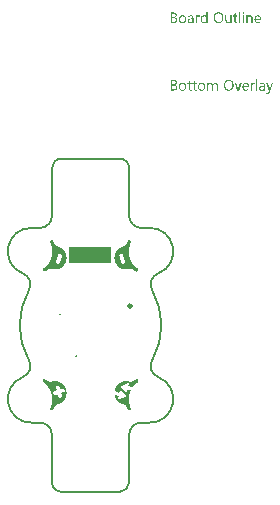
<source format=gbo>
G04*
G04 #@! TF.GenerationSoftware,Altium Limited,Altium Designer,21.8.1 (53)*
G04*
G04 Layer_Color=32896*
%FSAX25Y25*%
%MOIN*%
G70*
G04*
G04 #@! TF.SameCoordinates,94FE2971-EC38-410B-9373-26AABD127CE3*
G04*
G04*
G04 #@! TF.FilePolarity,Positive*
G04*
G01*
G75*
%ADD10C,0.00787*%
%ADD40C,0.00591*%
%ADD52C,0.01181*%
%ADD53R,0.14469X0.05610*%
G36*
X0050981Y0136890D02*
X0051006D01*
X0051061Y0136865D01*
X0051092Y0136846D01*
X0051123Y0136821D01*
X0051129Y0136815D01*
X0051135Y0136809D01*
X0051166Y0136772D01*
X0051191Y0136710D01*
X0051197Y0136673D01*
X0051204Y0136636D01*
Y0136629D01*
Y0136617D01*
X0051197Y0136599D01*
X0051191Y0136574D01*
X0051173Y0136512D01*
X0051148Y0136481D01*
X0051123Y0136450D01*
X0051117D01*
X0051111Y0136438D01*
X0051074Y0136413D01*
X0051018Y0136388D01*
X0050981Y0136382D01*
X0050944Y0136376D01*
X0050925D01*
X0050906Y0136382D01*
X0050882D01*
X0050820Y0136407D01*
X0050789Y0136419D01*
X0050758Y0136444D01*
Y0136450D01*
X0050745Y0136456D01*
X0050733Y0136475D01*
X0050721Y0136493D01*
X0050696Y0136555D01*
X0050690Y0136592D01*
X0050684Y0136636D01*
Y0136642D01*
Y0136654D01*
X0050690Y0136673D01*
X0050696Y0136704D01*
X0050715Y0136759D01*
X0050733Y0136791D01*
X0050758Y0136821D01*
X0050764Y0136828D01*
X0050770Y0136834D01*
X0050807Y0136858D01*
X0050869Y0136883D01*
X0050906Y0136896D01*
X0050962D01*
X0050981Y0136890D01*
D02*
G37*
G36*
X0038991Y0133225D02*
X0038588D01*
Y0133646D01*
X0038576D01*
Y0133640D01*
X0038564Y0133627D01*
X0038545Y0133603D01*
X0038526Y0133572D01*
X0038495Y0133535D01*
X0038458Y0133497D01*
X0038415Y0133454D01*
X0038366Y0133411D01*
X0038310Y0133361D01*
X0038242Y0133318D01*
X0038174Y0133281D01*
X0038093Y0133244D01*
X0038013Y0133213D01*
X0037920Y0133188D01*
X0037821Y0133176D01*
X0037716Y0133169D01*
X0037672D01*
X0037635Y0133176D01*
X0037598Y0133182D01*
X0037548Y0133188D01*
X0037443Y0133213D01*
X0037319Y0133250D01*
X0037196Y0133312D01*
X0037128Y0133349D01*
X0037072Y0133392D01*
X0037010Y0133448D01*
X0036954Y0133504D01*
Y0133510D01*
X0036942Y0133522D01*
X0036929Y0133541D01*
X0036911Y0133565D01*
X0036892Y0133596D01*
X0036867Y0133640D01*
X0036843Y0133689D01*
X0036818Y0133745D01*
X0036787Y0133807D01*
X0036762Y0133875D01*
X0036737Y0133949D01*
X0036719Y0134030D01*
X0036700Y0134116D01*
X0036688Y0134215D01*
X0036682Y0134315D01*
X0036676Y0134420D01*
Y0134426D01*
Y0134444D01*
Y0134482D01*
X0036682Y0134525D01*
X0036688Y0134574D01*
X0036694Y0134636D01*
X0036700Y0134704D01*
X0036713Y0134779D01*
X0036750Y0134940D01*
X0036806Y0135107D01*
X0036843Y0135187D01*
X0036886Y0135268D01*
X0036929Y0135342D01*
X0036985Y0135416D01*
X0036991Y0135423D01*
X0036998Y0135435D01*
X0037016Y0135453D01*
X0037041Y0135478D01*
X0037072Y0135503D01*
X0037115Y0135534D01*
X0037159Y0135571D01*
X0037208Y0135608D01*
X0037332Y0135676D01*
X0037474Y0135738D01*
X0037555Y0135757D01*
X0037641Y0135775D01*
X0037728Y0135788D01*
X0037827Y0135794D01*
X0037876D01*
X0037914Y0135788D01*
X0037951Y0135782D01*
X0038000Y0135775D01*
X0038112Y0135744D01*
X0038236Y0135695D01*
X0038297Y0135664D01*
X0038359Y0135620D01*
X0038421Y0135577D01*
X0038477Y0135521D01*
X0038526Y0135460D01*
X0038576Y0135385D01*
X0038588D01*
Y0136945D01*
X0038991D01*
Y0133225D01*
D02*
G37*
G36*
X0053259Y0135788D02*
X0053333Y0135782D01*
X0053426Y0135763D01*
X0053525Y0135732D01*
X0053630Y0135682D01*
X0053735Y0135614D01*
X0053779Y0135577D01*
X0053822Y0135528D01*
X0053834Y0135515D01*
X0053859Y0135478D01*
X0053890Y0135416D01*
X0053933Y0135330D01*
X0053970Y0135224D01*
X0054008Y0135094D01*
X0054032Y0134940D01*
X0054039Y0134760D01*
Y0133225D01*
X0053636D01*
Y0134655D01*
Y0134661D01*
Y0134692D01*
X0053630Y0134729D01*
Y0134779D01*
X0053618Y0134841D01*
X0053605Y0134909D01*
X0053587Y0134983D01*
X0053562Y0135057D01*
X0053531Y0135132D01*
X0053494Y0135200D01*
X0053444Y0135268D01*
X0053389Y0135330D01*
X0053327Y0135379D01*
X0053246Y0135416D01*
X0053160Y0135447D01*
X0053054Y0135453D01*
X0053042D01*
X0053005Y0135447D01*
X0052949Y0135441D01*
X0052881Y0135423D01*
X0052801Y0135398D01*
X0052714Y0135354D01*
X0052634Y0135299D01*
X0052553Y0135224D01*
X0052547Y0135212D01*
X0052522Y0135187D01*
X0052491Y0135138D01*
X0052454Y0135070D01*
X0052417Y0134989D01*
X0052386Y0134890D01*
X0052361Y0134779D01*
X0052355Y0134655D01*
Y0133225D01*
X0051953D01*
Y0135738D01*
X0052355D01*
Y0135317D01*
X0052367D01*
X0052373Y0135323D01*
X0052380Y0135336D01*
X0052398Y0135361D01*
X0052423Y0135391D01*
X0052448Y0135429D01*
X0052485Y0135466D01*
X0052528Y0135509D01*
X0052578Y0135559D01*
X0052634Y0135602D01*
X0052695Y0135645D01*
X0052763Y0135682D01*
X0052838Y0135720D01*
X0052912Y0135750D01*
X0052999Y0135775D01*
X0053092Y0135788D01*
X0053191Y0135794D01*
X0053228D01*
X0053259Y0135788D01*
D02*
G37*
G36*
X0036261Y0135775D02*
X0036335Y0135769D01*
X0036378Y0135757D01*
X0036410Y0135744D01*
Y0135330D01*
X0036403Y0135336D01*
X0036391Y0135342D01*
X0036366Y0135354D01*
X0036335Y0135373D01*
X0036292Y0135385D01*
X0036236Y0135398D01*
X0036174Y0135404D01*
X0036106Y0135410D01*
X0036094D01*
X0036063Y0135404D01*
X0036013Y0135398D01*
X0035958Y0135379D01*
X0035883Y0135348D01*
X0035815Y0135305D01*
X0035741Y0135243D01*
X0035673Y0135162D01*
X0035667Y0135150D01*
X0035648Y0135119D01*
X0035617Y0135063D01*
X0035586Y0134989D01*
X0035555Y0134896D01*
X0035524Y0134779D01*
X0035506Y0134649D01*
X0035500Y0134500D01*
Y0133225D01*
X0035097D01*
Y0135738D01*
X0035500D01*
Y0135218D01*
X0035512D01*
Y0135224D01*
X0035518Y0135231D01*
X0035530Y0135261D01*
X0035549Y0135311D01*
X0035580Y0135373D01*
X0035611Y0135435D01*
X0035660Y0135503D01*
X0035710Y0135571D01*
X0035772Y0135633D01*
X0035778Y0135639D01*
X0035803Y0135658D01*
X0035840Y0135682D01*
X0035890Y0135707D01*
X0035945Y0135732D01*
X0036013Y0135757D01*
X0036088Y0135775D01*
X0036168Y0135782D01*
X0036224D01*
X0036261Y0135775D01*
D02*
G37*
G36*
X0047001Y0133225D02*
X0046598D01*
Y0133621D01*
X0046586D01*
Y0133615D01*
X0046573Y0133603D01*
X0046561Y0133578D01*
X0046536Y0133553D01*
X0046481Y0133479D01*
X0046394Y0133398D01*
X0046344Y0133355D01*
X0046289Y0133312D01*
X0046227Y0133274D01*
X0046152Y0133237D01*
X0046078Y0133213D01*
X0045998Y0133188D01*
X0045905Y0133176D01*
X0045812Y0133169D01*
X0045775D01*
X0045732Y0133176D01*
X0045670Y0133188D01*
X0045602Y0133200D01*
X0045527Y0133225D01*
X0045447Y0133256D01*
X0045366Y0133306D01*
X0045280Y0133361D01*
X0045199Y0133429D01*
X0045125Y0133516D01*
X0045057Y0133621D01*
X0044995Y0133739D01*
X0044952Y0133881D01*
X0044927Y0134048D01*
X0044914Y0134135D01*
Y0134234D01*
Y0135738D01*
X0045311D01*
Y0134296D01*
Y0134290D01*
Y0134265D01*
X0045317Y0134222D01*
X0045323Y0134172D01*
X0045329Y0134110D01*
X0045342Y0134048D01*
X0045360Y0133974D01*
X0045385Y0133900D01*
X0045422Y0133825D01*
X0045459Y0133757D01*
X0045509Y0133689D01*
X0045571Y0133627D01*
X0045639Y0133578D01*
X0045719Y0133541D01*
X0045818Y0133510D01*
X0045924Y0133504D01*
X0045936D01*
X0045973Y0133510D01*
X0046029Y0133516D01*
X0046091Y0133528D01*
X0046171Y0133559D01*
X0046252Y0133596D01*
X0046332Y0133646D01*
X0046406Y0133720D01*
X0046413Y0133733D01*
X0046437Y0133757D01*
X0046468Y0133807D01*
X0046505Y0133875D01*
X0046536Y0133955D01*
X0046567Y0134055D01*
X0046592Y0134166D01*
X0046598Y0134290D01*
Y0135738D01*
X0047001D01*
Y0133225D01*
D02*
G37*
G36*
X0051135D02*
X0050733D01*
Y0135738D01*
X0051135D01*
Y0133225D01*
D02*
G37*
G36*
X0049916D02*
X0049514D01*
Y0136945D01*
X0049916D01*
Y0133225D01*
D02*
G37*
G36*
X0033537Y0135788D02*
X0033593Y0135782D01*
X0033661Y0135763D01*
X0033735Y0135744D01*
X0033816Y0135713D01*
X0033902Y0135676D01*
X0033983Y0135627D01*
X0034064Y0135565D01*
X0034138Y0135491D01*
X0034206Y0135398D01*
X0034262Y0135292D01*
X0034305Y0135169D01*
X0034330Y0135026D01*
X0034342Y0134859D01*
Y0133225D01*
X0033940D01*
Y0133615D01*
X0033927D01*
Y0133609D01*
X0033915Y0133596D01*
X0033902Y0133572D01*
X0033878Y0133547D01*
X0033816Y0133473D01*
X0033735Y0133392D01*
X0033624Y0133312D01*
X0033494Y0133237D01*
X0033413Y0133213D01*
X0033333Y0133188D01*
X0033246Y0133176D01*
X0033154Y0133169D01*
X0033116D01*
X0033092Y0133176D01*
X0033024Y0133182D01*
X0032943Y0133194D01*
X0032844Y0133219D01*
X0032751Y0133250D01*
X0032652Y0133299D01*
X0032566Y0133361D01*
X0032559Y0133374D01*
X0032535Y0133398D01*
X0032497Y0133442D01*
X0032460Y0133504D01*
X0032423Y0133578D01*
X0032386Y0133665D01*
X0032361Y0133770D01*
X0032355Y0133887D01*
Y0133894D01*
Y0133918D01*
X0032361Y0133955D01*
X0032367Y0133999D01*
X0032380Y0134055D01*
X0032398Y0134116D01*
X0032423Y0134185D01*
X0032460Y0134253D01*
X0032504Y0134327D01*
X0032559Y0134401D01*
X0032627Y0134469D01*
X0032708Y0134531D01*
X0032801Y0134593D01*
X0032912Y0134643D01*
X0033036Y0134680D01*
X0033184Y0134711D01*
X0033940Y0134816D01*
Y0134822D01*
Y0134841D01*
X0033933Y0134878D01*
Y0134915D01*
X0033921Y0134964D01*
X0033915Y0135020D01*
X0033878Y0135138D01*
X0033847Y0135193D01*
X0033816Y0135249D01*
X0033773Y0135305D01*
X0033723Y0135354D01*
X0033661Y0135398D01*
X0033593Y0135429D01*
X0033513Y0135447D01*
X0033420Y0135453D01*
X0033376D01*
X0033345Y0135447D01*
X0033302D01*
X0033259Y0135435D01*
X0033147Y0135416D01*
X0033024Y0135379D01*
X0032887Y0135323D01*
X0032813Y0135286D01*
X0032745Y0135249D01*
X0032671Y0135200D01*
X0032603Y0135144D01*
Y0135559D01*
X0032609D01*
X0032621Y0135571D01*
X0032640Y0135583D01*
X0032671Y0135596D01*
X0032702Y0135614D01*
X0032745Y0135633D01*
X0032794Y0135652D01*
X0032850Y0135676D01*
X0032974Y0135720D01*
X0033123Y0135757D01*
X0033283Y0135782D01*
X0033457Y0135794D01*
X0033494D01*
X0033537Y0135788D01*
D02*
G37*
G36*
X0027849Y0136735D02*
X0027892D01*
X0027935Y0136729D01*
X0028034Y0136716D01*
X0028152Y0136685D01*
X0028276Y0136648D01*
X0028393Y0136592D01*
X0028499Y0136518D01*
X0028505D01*
X0028511Y0136506D01*
X0028542Y0136481D01*
X0028585Y0136431D01*
X0028635Y0136363D01*
X0028678Y0136277D01*
X0028721Y0136178D01*
X0028752Y0136066D01*
X0028765Y0136004D01*
Y0135936D01*
Y0135930D01*
Y0135924D01*
Y0135887D01*
X0028759Y0135831D01*
X0028746Y0135763D01*
X0028728Y0135676D01*
X0028697Y0135590D01*
X0028660Y0135503D01*
X0028604Y0135416D01*
X0028598Y0135404D01*
X0028573Y0135379D01*
X0028536Y0135342D01*
X0028486Y0135292D01*
X0028424Y0135243D01*
X0028350Y0135187D01*
X0028257Y0135144D01*
X0028158Y0135101D01*
Y0135094D01*
X0028177D01*
X0028195Y0135088D01*
X0028214Y0135082D01*
X0028282Y0135070D01*
X0028363Y0135045D01*
X0028449Y0135008D01*
X0028542Y0134964D01*
X0028635Y0134903D01*
X0028721Y0134822D01*
X0028734Y0134810D01*
X0028759Y0134779D01*
X0028790Y0134735D01*
X0028833Y0134667D01*
X0028870Y0134581D01*
X0028907Y0134482D01*
X0028932Y0134364D01*
X0028938Y0134234D01*
Y0134228D01*
Y0134215D01*
Y0134191D01*
X0028932Y0134160D01*
X0028926Y0134123D01*
X0028920Y0134079D01*
X0028895Y0133974D01*
X0028858Y0133856D01*
X0028802Y0133733D01*
X0028765Y0133677D01*
X0028721Y0133615D01*
X0028666Y0133559D01*
X0028610Y0133504D01*
X0028604D01*
X0028598Y0133491D01*
X0028579Y0133479D01*
X0028554Y0133460D01*
X0028523Y0133442D01*
X0028480Y0133417D01*
X0028387Y0133367D01*
X0028270Y0133312D01*
X0028133Y0133268D01*
X0027972Y0133237D01*
X0027892Y0133231D01*
X0027799Y0133225D01*
X0026772D01*
Y0136741D01*
X0027818D01*
X0027849Y0136735D01*
D02*
G37*
G36*
X0048344Y0135738D02*
X0048981D01*
Y0135391D01*
X0048344D01*
Y0133974D01*
Y0133962D01*
Y0133931D01*
X0048350Y0133887D01*
X0048356Y0133832D01*
X0048381Y0133714D01*
X0048399Y0133658D01*
X0048430Y0133615D01*
X0048437Y0133609D01*
X0048449Y0133596D01*
X0048468Y0133584D01*
X0048499Y0133565D01*
X0048536Y0133541D01*
X0048585Y0133528D01*
X0048647Y0133516D01*
X0048715Y0133510D01*
X0048740D01*
X0048771Y0133516D01*
X0048808Y0133522D01*
X0048895Y0133547D01*
X0048938Y0133565D01*
X0048981Y0133590D01*
Y0133244D01*
X0048975D01*
X0048957Y0133231D01*
X0048926Y0133225D01*
X0048882Y0133213D01*
X0048827Y0133200D01*
X0048765Y0133188D01*
X0048690Y0133182D01*
X0048604Y0133176D01*
X0048573D01*
X0048542Y0133182D01*
X0048499Y0133188D01*
X0048449Y0133200D01*
X0048393Y0133213D01*
X0048338Y0133237D01*
X0048276Y0133268D01*
X0048214Y0133306D01*
X0048152Y0133355D01*
X0048096Y0133411D01*
X0048047Y0133485D01*
X0048003Y0133565D01*
X0047972Y0133665D01*
X0047948Y0133776D01*
X0047941Y0133906D01*
Y0135391D01*
X0047514D01*
Y0135738D01*
X0047941D01*
Y0136351D01*
X0048344Y0136481D01*
Y0135738D01*
D02*
G37*
G36*
X0055871Y0135788D02*
X0055914Y0135782D01*
X0055958Y0135775D01*
X0056069Y0135757D01*
X0056193Y0135713D01*
X0056317Y0135658D01*
X0056378Y0135620D01*
X0056440Y0135577D01*
X0056496Y0135528D01*
X0056552Y0135472D01*
X0056558Y0135466D01*
X0056564Y0135460D01*
X0056577Y0135441D01*
X0056595Y0135416D01*
X0056614Y0135379D01*
X0056638Y0135342D01*
X0056663Y0135299D01*
X0056688Y0135243D01*
X0056713Y0135181D01*
X0056737Y0135119D01*
X0056762Y0135045D01*
X0056781Y0134964D01*
X0056799Y0134878D01*
X0056812Y0134791D01*
X0056824Y0134692D01*
Y0134587D01*
Y0134376D01*
X0055048D01*
Y0134370D01*
Y0134358D01*
Y0134339D01*
X0055054Y0134308D01*
X0055060Y0134271D01*
Y0134234D01*
X0055079Y0134135D01*
X0055110Y0134036D01*
X0055147Y0133924D01*
X0055202Y0133819D01*
X0055270Y0133726D01*
X0055283Y0133714D01*
X0055308Y0133689D01*
X0055357Y0133658D01*
X0055425Y0133615D01*
X0055512Y0133572D01*
X0055611Y0133541D01*
X0055729Y0133516D01*
X0055865Y0133504D01*
X0055908D01*
X0055939Y0133510D01*
X0055976D01*
X0056019Y0133516D01*
X0056125Y0133541D01*
X0056242Y0133572D01*
X0056372Y0133621D01*
X0056508Y0133689D01*
X0056577Y0133733D01*
X0056645Y0133782D01*
Y0133405D01*
X0056638D01*
X0056632Y0133392D01*
X0056614Y0133386D01*
X0056583Y0133367D01*
X0056552Y0133349D01*
X0056515Y0133330D01*
X0056465Y0133312D01*
X0056416Y0133287D01*
X0056354Y0133262D01*
X0056286Y0133244D01*
X0056137Y0133206D01*
X0055964Y0133182D01*
X0055772Y0133169D01*
X0055722D01*
X0055685Y0133176D01*
X0055642Y0133182D01*
X0055586Y0133188D01*
X0055468Y0133213D01*
X0055332Y0133250D01*
X0055196Y0133312D01*
X0055128Y0133355D01*
X0055060Y0133398D01*
X0054998Y0133448D01*
X0054936Y0133510D01*
X0054930Y0133516D01*
X0054924Y0133528D01*
X0054911Y0133547D01*
X0054887Y0133572D01*
X0054868Y0133609D01*
X0054843Y0133652D01*
X0054812Y0133702D01*
X0054788Y0133757D01*
X0054757Y0133819D01*
X0054732Y0133894D01*
X0054701Y0133974D01*
X0054682Y0134061D01*
X0054664Y0134153D01*
X0054645Y0134253D01*
X0054639Y0134358D01*
X0054633Y0134469D01*
Y0134475D01*
Y0134494D01*
Y0134525D01*
X0054639Y0134568D01*
X0054645Y0134618D01*
X0054651Y0134674D01*
X0054658Y0134742D01*
X0054676Y0134810D01*
X0054713Y0134958D01*
X0054769Y0135119D01*
X0054806Y0135200D01*
X0054856Y0135274D01*
X0054905Y0135354D01*
X0054961Y0135423D01*
X0054967Y0135429D01*
X0054979Y0135441D01*
X0054998Y0135460D01*
X0055023Y0135478D01*
X0055054Y0135509D01*
X0055091Y0135540D01*
X0055140Y0135571D01*
X0055190Y0135608D01*
X0055308Y0135676D01*
X0055450Y0135738D01*
X0055530Y0135757D01*
X0055611Y0135775D01*
X0055698Y0135788D01*
X0055790Y0135794D01*
X0055840D01*
X0055871Y0135788D01*
D02*
G37*
G36*
X0042829Y0136797D02*
X0042890Y0136791D01*
X0042965Y0136778D01*
X0043045Y0136759D01*
X0043132Y0136741D01*
X0043218Y0136716D01*
X0043317Y0136685D01*
X0043410Y0136642D01*
X0043509Y0136592D01*
X0043608Y0136537D01*
X0043701Y0136469D01*
X0043794Y0136394D01*
X0043881Y0136308D01*
X0043887Y0136301D01*
X0043899Y0136283D01*
X0043924Y0136258D01*
X0043949Y0136221D01*
X0043986Y0136171D01*
X0044023Y0136109D01*
X0044060Y0136041D01*
X0044104Y0135967D01*
X0044147Y0135874D01*
X0044184Y0135782D01*
X0044221Y0135676D01*
X0044258Y0135559D01*
X0044283Y0135441D01*
X0044308Y0135311D01*
X0044320Y0135169D01*
X0044326Y0135026D01*
Y0135014D01*
Y0134989D01*
Y0134946D01*
X0044320Y0134884D01*
X0044314Y0134810D01*
X0044302Y0134729D01*
X0044289Y0134636D01*
X0044271Y0134531D01*
X0044246Y0134426D01*
X0044215Y0134315D01*
X0044178Y0134203D01*
X0044135Y0134092D01*
X0044079Y0133974D01*
X0044017Y0133869D01*
X0043949Y0133764D01*
X0043868Y0133665D01*
X0043862Y0133658D01*
X0043850Y0133646D01*
X0043819Y0133621D01*
X0043788Y0133590D01*
X0043738Y0133547D01*
X0043683Y0133510D01*
X0043621Y0133460D01*
X0043547Y0133417D01*
X0043466Y0133374D01*
X0043373Y0133324D01*
X0043274Y0133287D01*
X0043163Y0133250D01*
X0043045Y0133213D01*
X0042921Y0133188D01*
X0042791Y0133176D01*
X0042649Y0133169D01*
X0042618D01*
X0042575Y0133176D01*
X0042525D01*
X0042463Y0133182D01*
X0042389Y0133194D01*
X0042309Y0133213D01*
X0042216Y0133231D01*
X0042123Y0133256D01*
X0042024Y0133287D01*
X0041925Y0133330D01*
X0041826Y0133374D01*
X0041727Y0133429D01*
X0041628Y0133497D01*
X0041535Y0133572D01*
X0041448Y0133658D01*
X0041442Y0133665D01*
X0041430Y0133683D01*
X0041405Y0133708D01*
X0041380Y0133745D01*
X0041343Y0133794D01*
X0041306Y0133856D01*
X0041269Y0133924D01*
X0041225Y0134005D01*
X0041182Y0134092D01*
X0041145Y0134185D01*
X0041108Y0134290D01*
X0041071Y0134407D01*
X0041046Y0134525D01*
X0041021Y0134655D01*
X0041009Y0134797D01*
X0041003Y0134940D01*
Y0134952D01*
Y0134977D01*
X0041009Y0135020D01*
Y0135082D01*
X0041015Y0135150D01*
X0041027Y0135237D01*
X0041040Y0135330D01*
X0041058Y0135429D01*
X0041083Y0135534D01*
X0041114Y0135645D01*
X0041151Y0135757D01*
X0041194Y0135868D01*
X0041250Y0135980D01*
X0041312Y0136091D01*
X0041380Y0136196D01*
X0041460Y0136295D01*
X0041467Y0136301D01*
X0041479Y0136320D01*
X0041510Y0136345D01*
X0041547Y0136376D01*
X0041590Y0136413D01*
X0041646Y0136456D01*
X0041714Y0136500D01*
X0041789Y0136549D01*
X0041875Y0136599D01*
X0041968Y0136642D01*
X0042067Y0136685D01*
X0042179Y0136722D01*
X0042302Y0136753D01*
X0042432Y0136784D01*
X0042568Y0136797D01*
X0042711Y0136803D01*
X0042779D01*
X0042829Y0136797D01*
D02*
G37*
G36*
X0030801Y0135788D02*
X0030845Y0135782D01*
X0030900Y0135775D01*
X0031024Y0135750D01*
X0031167Y0135707D01*
X0031309Y0135645D01*
X0031383Y0135608D01*
X0031451Y0135565D01*
X0031519Y0135509D01*
X0031581Y0135447D01*
X0031587Y0135441D01*
X0031594Y0135429D01*
X0031612Y0135410D01*
X0031631Y0135385D01*
X0031656Y0135348D01*
X0031680Y0135305D01*
X0031711Y0135255D01*
X0031742Y0135200D01*
X0031767Y0135132D01*
X0031798Y0135063D01*
X0031823Y0134983D01*
X0031847Y0134896D01*
X0031866Y0134803D01*
X0031885Y0134704D01*
X0031891Y0134599D01*
X0031897Y0134488D01*
Y0134482D01*
Y0134463D01*
Y0134432D01*
X0031891Y0134389D01*
X0031885Y0134339D01*
X0031878Y0134277D01*
X0031866Y0134215D01*
X0031854Y0134141D01*
X0031817Y0133993D01*
X0031755Y0133832D01*
X0031718Y0133751D01*
X0031668Y0133671D01*
X0031618Y0133596D01*
X0031556Y0133528D01*
X0031550Y0133522D01*
X0031538Y0133516D01*
X0031519Y0133497D01*
X0031495Y0133473D01*
X0031457Y0133448D01*
X0031420Y0133417D01*
X0031371Y0133380D01*
X0031315Y0133349D01*
X0031253Y0133318D01*
X0031185Y0133281D01*
X0031111Y0133250D01*
X0031030Y0133225D01*
X0030944Y0133200D01*
X0030851Y0133188D01*
X0030752Y0133176D01*
X0030647Y0133169D01*
X0030591D01*
X0030554Y0133176D01*
X0030510Y0133182D01*
X0030455Y0133188D01*
X0030393Y0133200D01*
X0030325Y0133213D01*
X0030182Y0133256D01*
X0030034Y0133318D01*
X0029959Y0133355D01*
X0029891Y0133405D01*
X0029823Y0133454D01*
X0029755Y0133516D01*
X0029749Y0133522D01*
X0029743Y0133535D01*
X0029724Y0133553D01*
X0029706Y0133578D01*
X0029681Y0133615D01*
X0029650Y0133658D01*
X0029619Y0133708D01*
X0029594Y0133764D01*
X0029563Y0133832D01*
X0029532Y0133900D01*
X0029501Y0133974D01*
X0029477Y0134061D01*
X0029439Y0134246D01*
X0029433Y0134345D01*
X0029427Y0134451D01*
Y0134457D01*
Y0134482D01*
Y0134512D01*
X0029433Y0134556D01*
X0029439Y0134605D01*
X0029446Y0134667D01*
X0029458Y0134735D01*
X0029471Y0134810D01*
X0029508Y0134971D01*
X0029570Y0135132D01*
X0029613Y0135212D01*
X0029656Y0135292D01*
X0029706Y0135367D01*
X0029768Y0135435D01*
X0029774Y0135441D01*
X0029786Y0135453D01*
X0029805Y0135466D01*
X0029829Y0135491D01*
X0029867Y0135515D01*
X0029910Y0135546D01*
X0029959Y0135583D01*
X0030015Y0135614D01*
X0030077Y0135645D01*
X0030151Y0135682D01*
X0030226Y0135713D01*
X0030312Y0135738D01*
X0030399Y0135763D01*
X0030498Y0135782D01*
X0030603Y0135788D01*
X0030709Y0135794D01*
X0030764D01*
X0030801Y0135788D01*
D02*
G37*
G36*
X0041708Y0113292D02*
X0041764Y0113280D01*
X0041826Y0113267D01*
X0041894Y0113243D01*
X0041974Y0113212D01*
X0042049Y0113168D01*
X0042129Y0113119D01*
X0042203Y0113051D01*
X0042271Y0112964D01*
X0042333Y0112865D01*
X0042389Y0112754D01*
X0042426Y0112611D01*
X0042457Y0112457D01*
X0042463Y0112277D01*
Y0110730D01*
X0042061D01*
Y0112172D01*
Y0112178D01*
Y0112190D01*
Y0112209D01*
Y0112240D01*
X0042055Y0112314D01*
X0042042Y0112401D01*
X0042030Y0112500D01*
X0042005Y0112599D01*
X0041974Y0112692D01*
X0041931Y0112772D01*
X0041925Y0112778D01*
X0041906Y0112803D01*
X0041875Y0112834D01*
X0041826Y0112865D01*
X0041770Y0112902D01*
X0041696Y0112927D01*
X0041603Y0112952D01*
X0041498Y0112958D01*
X0041485D01*
X0041454Y0112952D01*
X0041405Y0112946D01*
X0041343Y0112927D01*
X0041275Y0112902D01*
X0041201Y0112859D01*
X0041126Y0112803D01*
X0041058Y0112723D01*
X0041052Y0112710D01*
X0041033Y0112679D01*
X0041003Y0112630D01*
X0040971Y0112562D01*
X0040934Y0112481D01*
X0040910Y0112389D01*
X0040885Y0112277D01*
X0040879Y0112159D01*
Y0110730D01*
X0040476D01*
Y0112221D01*
Y0112227D01*
Y0112252D01*
X0040470Y0112289D01*
Y0112339D01*
X0040458Y0112395D01*
X0040445Y0112457D01*
X0040427Y0112519D01*
X0040408Y0112593D01*
X0040377Y0112661D01*
X0040340Y0112723D01*
X0040291Y0112785D01*
X0040235Y0112840D01*
X0040173Y0112890D01*
X0040093Y0112927D01*
X0040006Y0112952D01*
X0039907Y0112958D01*
X0039895D01*
X0039863Y0112952D01*
X0039814Y0112946D01*
X0039752Y0112933D01*
X0039684Y0112902D01*
X0039610Y0112865D01*
X0039535Y0112809D01*
X0039467Y0112735D01*
X0039461Y0112723D01*
X0039443Y0112698D01*
X0039412Y0112648D01*
X0039381Y0112580D01*
X0039350Y0112500D01*
X0039319Y0112401D01*
X0039300Y0112289D01*
X0039294Y0112159D01*
Y0110730D01*
X0038892D01*
Y0113243D01*
X0039294D01*
Y0112840D01*
X0039306D01*
X0039313Y0112847D01*
X0039319Y0112859D01*
X0039337Y0112884D01*
X0039356Y0112915D01*
X0039418Y0112983D01*
X0039505Y0113069D01*
X0039616Y0113156D01*
X0039746Y0113224D01*
X0039826Y0113255D01*
X0039907Y0113280D01*
X0039994Y0113292D01*
X0040086Y0113298D01*
X0040130D01*
X0040179Y0113292D01*
X0040241Y0113280D01*
X0040309Y0113261D01*
X0040383Y0113236D01*
X0040458Y0113206D01*
X0040532Y0113156D01*
X0040538Y0113150D01*
X0040563Y0113131D01*
X0040594Y0113100D01*
X0040637Y0113057D01*
X0040681Y0113001D01*
X0040724Y0112939D01*
X0040767Y0112865D01*
X0040798Y0112778D01*
X0040804Y0112785D01*
X0040811Y0112803D01*
X0040829Y0112828D01*
X0040848Y0112859D01*
X0040879Y0112902D01*
X0040916Y0112946D01*
X0040959Y0112989D01*
X0041009Y0113038D01*
X0041064Y0113088D01*
X0041126Y0113131D01*
X0041194Y0113181D01*
X0041269Y0113218D01*
X0041349Y0113249D01*
X0041436Y0113274D01*
X0041535Y0113292D01*
X0041634Y0113298D01*
X0041671D01*
X0041708Y0113292D01*
D02*
G37*
G36*
X0054583Y0113280D02*
X0054658Y0113274D01*
X0054701Y0113261D01*
X0054732Y0113249D01*
Y0112834D01*
X0054726Y0112840D01*
X0054713Y0112847D01*
X0054689Y0112859D01*
X0054658Y0112878D01*
X0054614Y0112890D01*
X0054559Y0112902D01*
X0054497Y0112908D01*
X0054429Y0112915D01*
X0054416D01*
X0054385Y0112908D01*
X0054336Y0112902D01*
X0054280Y0112884D01*
X0054206Y0112853D01*
X0054138Y0112809D01*
X0054063Y0112748D01*
X0053995Y0112667D01*
X0053989Y0112655D01*
X0053970Y0112624D01*
X0053940Y0112568D01*
X0053909Y0112494D01*
X0053878Y0112401D01*
X0053847Y0112283D01*
X0053828Y0112153D01*
X0053822Y0112005D01*
Y0110730D01*
X0053420D01*
Y0113243D01*
X0053822D01*
Y0112723D01*
X0053834D01*
Y0112729D01*
X0053841Y0112735D01*
X0053853Y0112766D01*
X0053872Y0112816D01*
X0053902Y0112878D01*
X0053933Y0112939D01*
X0053983Y0113007D01*
X0054032Y0113075D01*
X0054094Y0113137D01*
X0054101Y0113144D01*
X0054125Y0113162D01*
X0054162Y0113187D01*
X0054212Y0113212D01*
X0054268Y0113236D01*
X0054336Y0113261D01*
X0054410Y0113280D01*
X0054491Y0113286D01*
X0054546D01*
X0054583Y0113280D01*
D02*
G37*
G36*
X0059789Y0110327D02*
X0059783Y0110321D01*
X0059777Y0110296D01*
X0059758Y0110253D01*
X0059733Y0110203D01*
X0059702Y0110148D01*
X0059659Y0110080D01*
X0059616Y0110011D01*
X0059566Y0109937D01*
X0059504Y0109863D01*
X0059443Y0109795D01*
X0059368Y0109727D01*
X0059288Y0109671D01*
X0059207Y0109622D01*
X0059114Y0109578D01*
X0059022Y0109553D01*
X0058916Y0109547D01*
X0058861D01*
X0058824Y0109553D01*
X0058743Y0109566D01*
X0058656Y0109584D01*
Y0109943D01*
X0058662D01*
X0058681Y0109937D01*
X0058706Y0109931D01*
X0058737Y0109925D01*
X0058811Y0109906D01*
X0058892Y0109900D01*
X0058904D01*
X0058941Y0109906D01*
X0058997Y0109919D01*
X0059065Y0109943D01*
X0059139Y0109987D01*
X0059176Y0110018D01*
X0059213Y0110055D01*
X0059251Y0110092D01*
X0059288Y0110142D01*
X0059319Y0110197D01*
X0059350Y0110259D01*
X0059554Y0110730D01*
X0058570Y0113243D01*
X0059015D01*
X0059696Y0111305D01*
Y0111299D01*
X0059702Y0111287D01*
X0059709Y0111268D01*
X0059715Y0111243D01*
X0059721Y0111206D01*
X0059733Y0111169D01*
X0059746Y0111113D01*
X0059764D01*
Y0111126D01*
X0059777Y0111163D01*
X0059789Y0111219D01*
X0059814Y0111299D01*
X0060526Y0113243D01*
X0060940D01*
X0059789Y0110327D01*
D02*
G37*
G36*
X0049359Y0110730D02*
X0048963D01*
X0048009Y0113243D01*
X0048449D01*
X0049093Y0111417D01*
X0049099Y0111410D01*
X0049105Y0111386D01*
X0049117Y0111342D01*
X0049130Y0111299D01*
X0049142Y0111243D01*
X0049161Y0111181D01*
X0049180Y0111064D01*
X0049186D01*
Y0111070D01*
X0049192Y0111095D01*
X0049198Y0111132D01*
X0049204Y0111175D01*
X0049217Y0111231D01*
X0049229Y0111287D01*
X0049266Y0111404D01*
X0049935Y0113243D01*
X0050355D01*
X0049359Y0110730D01*
D02*
G37*
G36*
X0057381Y0113292D02*
X0057437Y0113286D01*
X0057505Y0113267D01*
X0057579Y0113249D01*
X0057660Y0113218D01*
X0057746Y0113181D01*
X0057827Y0113131D01*
X0057907Y0113069D01*
X0057982Y0112995D01*
X0058050Y0112902D01*
X0058105Y0112797D01*
X0058149Y0112673D01*
X0058174Y0112531D01*
X0058186Y0112364D01*
Y0110730D01*
X0057784D01*
Y0111119D01*
X0057771D01*
Y0111113D01*
X0057759Y0111101D01*
X0057746Y0111076D01*
X0057722Y0111051D01*
X0057660Y0110977D01*
X0057579Y0110897D01*
X0057468Y0110816D01*
X0057338Y0110742D01*
X0057257Y0110717D01*
X0057177Y0110692D01*
X0057090Y0110680D01*
X0056997Y0110674D01*
X0056960D01*
X0056936Y0110680D01*
X0056867Y0110686D01*
X0056787Y0110699D01*
X0056688Y0110723D01*
X0056595Y0110754D01*
X0056496Y0110804D01*
X0056409Y0110866D01*
X0056403Y0110878D01*
X0056378Y0110903D01*
X0056341Y0110946D01*
X0056304Y0111008D01*
X0056267Y0111082D01*
X0056230Y0111169D01*
X0056205Y0111274D01*
X0056199Y0111392D01*
Y0111398D01*
Y0111423D01*
X0056205Y0111460D01*
X0056211Y0111503D01*
X0056224Y0111559D01*
X0056242Y0111621D01*
X0056267Y0111689D01*
X0056304Y0111757D01*
X0056348Y0111831D01*
X0056403Y0111906D01*
X0056471Y0111974D01*
X0056552Y0112036D01*
X0056645Y0112098D01*
X0056756Y0112147D01*
X0056880Y0112184D01*
X0057028Y0112215D01*
X0057784Y0112320D01*
Y0112327D01*
Y0112345D01*
X0057777Y0112382D01*
Y0112419D01*
X0057765Y0112469D01*
X0057759Y0112525D01*
X0057722Y0112642D01*
X0057691Y0112698D01*
X0057660Y0112754D01*
X0057616Y0112809D01*
X0057567Y0112859D01*
X0057505Y0112902D01*
X0057437Y0112933D01*
X0057356Y0112952D01*
X0057264Y0112958D01*
X0057220D01*
X0057189Y0112952D01*
X0057146D01*
X0057103Y0112939D01*
X0056991Y0112921D01*
X0056867Y0112884D01*
X0056731Y0112828D01*
X0056657Y0112791D01*
X0056589Y0112754D01*
X0056515Y0112704D01*
X0056446Y0112648D01*
Y0113063D01*
X0056453D01*
X0056465Y0113075D01*
X0056484Y0113088D01*
X0056515Y0113100D01*
X0056546Y0113119D01*
X0056589Y0113137D01*
X0056638Y0113156D01*
X0056694Y0113181D01*
X0056818Y0113224D01*
X0056967Y0113261D01*
X0057127Y0113286D01*
X0057301Y0113298D01*
X0057338D01*
X0057381Y0113292D01*
D02*
G37*
G36*
X0055568Y0110730D02*
X0055165D01*
Y0114450D01*
X0055568D01*
Y0110730D01*
D02*
G37*
G36*
X0027849Y0114239D02*
X0027892D01*
X0027935Y0114233D01*
X0028034Y0114221D01*
X0028152Y0114190D01*
X0028276Y0114153D01*
X0028393Y0114097D01*
X0028499Y0114023D01*
X0028505D01*
X0028511Y0114010D01*
X0028542Y0113986D01*
X0028585Y0113936D01*
X0028635Y0113868D01*
X0028678Y0113781D01*
X0028721Y0113682D01*
X0028752Y0113571D01*
X0028765Y0113509D01*
Y0113441D01*
Y0113435D01*
Y0113428D01*
Y0113391D01*
X0028759Y0113336D01*
X0028746Y0113267D01*
X0028728Y0113181D01*
X0028697Y0113094D01*
X0028660Y0113007D01*
X0028604Y0112921D01*
X0028598Y0112908D01*
X0028573Y0112884D01*
X0028536Y0112847D01*
X0028486Y0112797D01*
X0028424Y0112748D01*
X0028350Y0112692D01*
X0028257Y0112648D01*
X0028158Y0112605D01*
Y0112599D01*
X0028177D01*
X0028195Y0112593D01*
X0028214Y0112586D01*
X0028282Y0112574D01*
X0028363Y0112549D01*
X0028449Y0112512D01*
X0028542Y0112469D01*
X0028635Y0112407D01*
X0028721Y0112327D01*
X0028734Y0112314D01*
X0028759Y0112283D01*
X0028790Y0112240D01*
X0028833Y0112172D01*
X0028870Y0112085D01*
X0028907Y0111986D01*
X0028932Y0111869D01*
X0028938Y0111739D01*
Y0111732D01*
Y0111720D01*
Y0111695D01*
X0028932Y0111664D01*
X0028926Y0111627D01*
X0028920Y0111584D01*
X0028895Y0111478D01*
X0028858Y0111361D01*
X0028802Y0111237D01*
X0028765Y0111181D01*
X0028721Y0111119D01*
X0028666Y0111064D01*
X0028610Y0111008D01*
X0028604D01*
X0028598Y0110996D01*
X0028579Y0110983D01*
X0028554Y0110965D01*
X0028523Y0110946D01*
X0028480Y0110921D01*
X0028387Y0110872D01*
X0028270Y0110816D01*
X0028133Y0110773D01*
X0027972Y0110742D01*
X0027892Y0110736D01*
X0027799Y0110730D01*
X0026772D01*
Y0114245D01*
X0027818D01*
X0027849Y0114239D01*
D02*
G37*
G36*
X0034775Y0113243D02*
X0035413D01*
Y0112896D01*
X0034775D01*
Y0111478D01*
Y0111466D01*
Y0111435D01*
X0034782Y0111392D01*
X0034788Y0111336D01*
X0034813Y0111219D01*
X0034831Y0111163D01*
X0034862Y0111119D01*
X0034868Y0111113D01*
X0034881Y0111101D01*
X0034899Y0111089D01*
X0034930Y0111070D01*
X0034967Y0111045D01*
X0035017Y0111033D01*
X0035079Y0111021D01*
X0035147Y0111014D01*
X0035171D01*
X0035202Y0111021D01*
X0035240Y0111027D01*
X0035326Y0111051D01*
X0035370Y0111070D01*
X0035413Y0111095D01*
Y0110748D01*
X0035407D01*
X0035388Y0110736D01*
X0035357Y0110730D01*
X0035314Y0110717D01*
X0035258Y0110705D01*
X0035196Y0110692D01*
X0035122Y0110686D01*
X0035035Y0110680D01*
X0035004D01*
X0034973Y0110686D01*
X0034930Y0110692D01*
X0034881Y0110705D01*
X0034825Y0110717D01*
X0034769Y0110742D01*
X0034707Y0110773D01*
X0034645Y0110810D01*
X0034583Y0110860D01*
X0034528Y0110915D01*
X0034478Y0110989D01*
X0034435Y0111070D01*
X0034404Y0111169D01*
X0034379Y0111280D01*
X0034373Y0111410D01*
Y0112896D01*
X0033946D01*
Y0113243D01*
X0034373D01*
Y0113856D01*
X0034775Y0113986D01*
Y0113243D01*
D02*
G37*
G36*
X0033073D02*
X0033711D01*
Y0112896D01*
X0033073D01*
Y0111478D01*
Y0111466D01*
Y0111435D01*
X0033079Y0111392D01*
X0033085Y0111336D01*
X0033110Y0111219D01*
X0033129Y0111163D01*
X0033160Y0111119D01*
X0033166Y0111113D01*
X0033178Y0111101D01*
X0033197Y0111089D01*
X0033228Y0111070D01*
X0033265Y0111045D01*
X0033314Y0111033D01*
X0033376Y0111021D01*
X0033444Y0111014D01*
X0033469D01*
X0033500Y0111021D01*
X0033537Y0111027D01*
X0033624Y0111051D01*
X0033667Y0111070D01*
X0033711Y0111095D01*
Y0110748D01*
X0033705D01*
X0033686Y0110736D01*
X0033655Y0110730D01*
X0033612Y0110717D01*
X0033556Y0110705D01*
X0033494Y0110692D01*
X0033420Y0110686D01*
X0033333Y0110680D01*
X0033302D01*
X0033271Y0110686D01*
X0033228Y0110692D01*
X0033178Y0110705D01*
X0033123Y0110717D01*
X0033067Y0110742D01*
X0033005Y0110773D01*
X0032943Y0110810D01*
X0032881Y0110860D01*
X0032825Y0110915D01*
X0032776Y0110989D01*
X0032733Y0111070D01*
X0032702Y0111169D01*
X0032677Y0111280D01*
X0032671Y0111410D01*
Y0112896D01*
X0032244D01*
Y0113243D01*
X0032671D01*
Y0113856D01*
X0033073Y0113986D01*
Y0113243D01*
D02*
G37*
G36*
X0051860Y0113292D02*
X0051903Y0113286D01*
X0051946Y0113280D01*
X0052058Y0113261D01*
X0052182Y0113218D01*
X0052305Y0113162D01*
X0052367Y0113125D01*
X0052429Y0113082D01*
X0052485Y0113032D01*
X0052541Y0112977D01*
X0052547Y0112970D01*
X0052553Y0112964D01*
X0052565Y0112946D01*
X0052584Y0112921D01*
X0052602Y0112884D01*
X0052627Y0112847D01*
X0052652Y0112803D01*
X0052677Y0112748D01*
X0052702Y0112686D01*
X0052726Y0112624D01*
X0052751Y0112549D01*
X0052770Y0112469D01*
X0052788Y0112382D01*
X0052801Y0112296D01*
X0052813Y0112197D01*
Y0112091D01*
Y0111881D01*
X0051037D01*
Y0111875D01*
Y0111862D01*
Y0111844D01*
X0051043Y0111813D01*
X0051049Y0111776D01*
Y0111739D01*
X0051067Y0111639D01*
X0051098Y0111540D01*
X0051135Y0111429D01*
X0051191Y0111324D01*
X0051259Y0111231D01*
X0051272Y0111219D01*
X0051296Y0111194D01*
X0051346Y0111163D01*
X0051414Y0111119D01*
X0051501Y0111076D01*
X0051600Y0111045D01*
X0051717Y0111021D01*
X0051854Y0111008D01*
X0051897D01*
X0051928Y0111014D01*
X0051965D01*
X0052008Y0111021D01*
X0052113Y0111045D01*
X0052231Y0111076D01*
X0052361Y0111126D01*
X0052497Y0111194D01*
X0052565Y0111237D01*
X0052634Y0111287D01*
Y0110909D01*
X0052627D01*
X0052621Y0110897D01*
X0052602Y0110890D01*
X0052572Y0110872D01*
X0052541Y0110853D01*
X0052504Y0110835D01*
X0052454Y0110816D01*
X0052404Y0110791D01*
X0052342Y0110767D01*
X0052275Y0110748D01*
X0052126Y0110711D01*
X0051953Y0110686D01*
X0051761Y0110674D01*
X0051711D01*
X0051674Y0110680D01*
X0051631Y0110686D01*
X0051575Y0110692D01*
X0051457Y0110717D01*
X0051321Y0110754D01*
X0051185Y0110816D01*
X0051117Y0110860D01*
X0051049Y0110903D01*
X0050987Y0110952D01*
X0050925Y0111014D01*
X0050919Y0111021D01*
X0050913Y0111033D01*
X0050900Y0111051D01*
X0050876Y0111076D01*
X0050857Y0111113D01*
X0050832Y0111157D01*
X0050801Y0111206D01*
X0050776Y0111262D01*
X0050745Y0111324D01*
X0050721Y0111398D01*
X0050690Y0111478D01*
X0050671Y0111565D01*
X0050653Y0111658D01*
X0050634Y0111757D01*
X0050628Y0111862D01*
X0050622Y0111974D01*
Y0111980D01*
Y0111998D01*
Y0112029D01*
X0050628Y0112073D01*
X0050634Y0112122D01*
X0050640Y0112178D01*
X0050647Y0112246D01*
X0050665Y0112314D01*
X0050702Y0112463D01*
X0050758Y0112624D01*
X0050795Y0112704D01*
X0050845Y0112778D01*
X0050894Y0112859D01*
X0050950Y0112927D01*
X0050956Y0112933D01*
X0050968Y0112946D01*
X0050987Y0112964D01*
X0051012Y0112983D01*
X0051043Y0113014D01*
X0051080Y0113045D01*
X0051129Y0113075D01*
X0051179Y0113113D01*
X0051296Y0113181D01*
X0051439Y0113243D01*
X0051519Y0113261D01*
X0051600Y0113280D01*
X0051686Y0113292D01*
X0051779Y0113298D01*
X0051829D01*
X0051860Y0113292D01*
D02*
G37*
G36*
X0046245Y0114301D02*
X0046307Y0114295D01*
X0046382Y0114283D01*
X0046462Y0114264D01*
X0046549Y0114245D01*
X0046635Y0114221D01*
X0046734Y0114190D01*
X0046827Y0114146D01*
X0046926Y0114097D01*
X0047025Y0114041D01*
X0047118Y0113973D01*
X0047211Y0113899D01*
X0047298Y0113812D01*
X0047304Y0113806D01*
X0047316Y0113787D01*
X0047341Y0113763D01*
X0047366Y0113725D01*
X0047403Y0113676D01*
X0047440Y0113614D01*
X0047477Y0113546D01*
X0047521Y0113472D01*
X0047564Y0113379D01*
X0047601Y0113286D01*
X0047638Y0113181D01*
X0047675Y0113063D01*
X0047700Y0112946D01*
X0047725Y0112816D01*
X0047737Y0112673D01*
X0047743Y0112531D01*
Y0112519D01*
Y0112494D01*
Y0112450D01*
X0047737Y0112389D01*
X0047731Y0112314D01*
X0047719Y0112234D01*
X0047706Y0112141D01*
X0047688Y0112036D01*
X0047663Y0111930D01*
X0047632Y0111819D01*
X0047595Y0111708D01*
X0047552Y0111596D01*
X0047496Y0111478D01*
X0047434Y0111373D01*
X0047366Y0111268D01*
X0047285Y0111169D01*
X0047279Y0111163D01*
X0047267Y0111151D01*
X0047236Y0111126D01*
X0047205Y0111095D01*
X0047155Y0111051D01*
X0047100Y0111014D01*
X0047038Y0110965D01*
X0046963Y0110921D01*
X0046883Y0110878D01*
X0046790Y0110829D01*
X0046691Y0110791D01*
X0046580Y0110754D01*
X0046462Y0110717D01*
X0046338Y0110692D01*
X0046208Y0110680D01*
X0046066Y0110674D01*
X0046035D01*
X0045992Y0110680D01*
X0045942D01*
X0045880Y0110686D01*
X0045806Y0110699D01*
X0045725Y0110717D01*
X0045633Y0110736D01*
X0045540Y0110760D01*
X0045441Y0110791D01*
X0045342Y0110835D01*
X0045243Y0110878D01*
X0045144Y0110934D01*
X0045044Y0111002D01*
X0044952Y0111076D01*
X0044865Y0111163D01*
X0044859Y0111169D01*
X0044846Y0111188D01*
X0044822Y0111212D01*
X0044797Y0111249D01*
X0044760Y0111299D01*
X0044723Y0111361D01*
X0044686Y0111429D01*
X0044642Y0111510D01*
X0044599Y0111596D01*
X0044562Y0111689D01*
X0044525Y0111794D01*
X0044487Y0111912D01*
X0044463Y0112029D01*
X0044438Y0112159D01*
X0044425Y0112302D01*
X0044419Y0112444D01*
Y0112457D01*
Y0112481D01*
X0044425Y0112525D01*
Y0112586D01*
X0044432Y0112655D01*
X0044444Y0112741D01*
X0044456Y0112834D01*
X0044475Y0112933D01*
X0044500Y0113038D01*
X0044531Y0113150D01*
X0044568Y0113261D01*
X0044611Y0113373D01*
X0044667Y0113484D01*
X0044729Y0113595D01*
X0044797Y0113701D01*
X0044877Y0113800D01*
X0044884Y0113806D01*
X0044896Y0113824D01*
X0044927Y0113849D01*
X0044964Y0113880D01*
X0045007Y0113917D01*
X0045063Y0113961D01*
X0045131Y0114004D01*
X0045206Y0114054D01*
X0045292Y0114103D01*
X0045385Y0114146D01*
X0045484Y0114190D01*
X0045595Y0114227D01*
X0045719Y0114258D01*
X0045849Y0114289D01*
X0045985Y0114301D01*
X0046128Y0114307D01*
X0046196D01*
X0046245Y0114301D01*
D02*
G37*
G36*
X0037152Y0113292D02*
X0037196Y0113286D01*
X0037251Y0113280D01*
X0037375Y0113255D01*
X0037517Y0113212D01*
X0037660Y0113150D01*
X0037734Y0113113D01*
X0037802Y0113069D01*
X0037870Y0113014D01*
X0037932Y0112952D01*
X0037938Y0112946D01*
X0037945Y0112933D01*
X0037963Y0112915D01*
X0037982Y0112890D01*
X0038006Y0112853D01*
X0038031Y0112809D01*
X0038062Y0112760D01*
X0038093Y0112704D01*
X0038118Y0112636D01*
X0038149Y0112568D01*
X0038174Y0112487D01*
X0038198Y0112401D01*
X0038217Y0112308D01*
X0038236Y0112209D01*
X0038242Y0112104D01*
X0038248Y0111992D01*
Y0111986D01*
Y0111968D01*
Y0111937D01*
X0038242Y0111893D01*
X0038236Y0111844D01*
X0038229Y0111782D01*
X0038217Y0111720D01*
X0038205Y0111646D01*
X0038167Y0111497D01*
X0038105Y0111336D01*
X0038068Y0111256D01*
X0038019Y0111175D01*
X0037969Y0111101D01*
X0037907Y0111033D01*
X0037901Y0111027D01*
X0037889Y0111021D01*
X0037870Y0111002D01*
X0037846Y0110977D01*
X0037808Y0110952D01*
X0037771Y0110921D01*
X0037722Y0110884D01*
X0037666Y0110853D01*
X0037604Y0110822D01*
X0037536Y0110785D01*
X0037462Y0110754D01*
X0037381Y0110730D01*
X0037295Y0110705D01*
X0037202Y0110692D01*
X0037103Y0110680D01*
X0036998Y0110674D01*
X0036942D01*
X0036905Y0110680D01*
X0036861Y0110686D01*
X0036806Y0110692D01*
X0036744Y0110705D01*
X0036676Y0110717D01*
X0036533Y0110760D01*
X0036385Y0110822D01*
X0036310Y0110860D01*
X0036242Y0110909D01*
X0036174Y0110959D01*
X0036106Y0111021D01*
X0036100Y0111027D01*
X0036094Y0111039D01*
X0036075Y0111058D01*
X0036057Y0111082D01*
X0036032Y0111119D01*
X0036001Y0111163D01*
X0035970Y0111212D01*
X0035945Y0111268D01*
X0035914Y0111336D01*
X0035883Y0111404D01*
X0035852Y0111478D01*
X0035828Y0111565D01*
X0035791Y0111751D01*
X0035784Y0111850D01*
X0035778Y0111955D01*
Y0111961D01*
Y0111986D01*
Y0112017D01*
X0035784Y0112060D01*
X0035791Y0112110D01*
X0035797Y0112172D01*
X0035809Y0112240D01*
X0035821Y0112314D01*
X0035859Y0112475D01*
X0035921Y0112636D01*
X0035964Y0112716D01*
X0036007Y0112797D01*
X0036057Y0112871D01*
X0036119Y0112939D01*
X0036125Y0112946D01*
X0036137Y0112958D01*
X0036156Y0112970D01*
X0036180Y0112995D01*
X0036218Y0113020D01*
X0036261Y0113051D01*
X0036310Y0113088D01*
X0036366Y0113119D01*
X0036428Y0113150D01*
X0036502Y0113187D01*
X0036577Y0113218D01*
X0036663Y0113243D01*
X0036750Y0113267D01*
X0036849Y0113286D01*
X0036954Y0113292D01*
X0037059Y0113298D01*
X0037115D01*
X0037152Y0113292D01*
D02*
G37*
G36*
X0030801D02*
X0030845Y0113286D01*
X0030900Y0113280D01*
X0031024Y0113255D01*
X0031167Y0113212D01*
X0031309Y0113150D01*
X0031383Y0113113D01*
X0031451Y0113069D01*
X0031519Y0113014D01*
X0031581Y0112952D01*
X0031587Y0112946D01*
X0031594Y0112933D01*
X0031612Y0112915D01*
X0031631Y0112890D01*
X0031656Y0112853D01*
X0031680Y0112809D01*
X0031711Y0112760D01*
X0031742Y0112704D01*
X0031767Y0112636D01*
X0031798Y0112568D01*
X0031823Y0112487D01*
X0031847Y0112401D01*
X0031866Y0112308D01*
X0031885Y0112209D01*
X0031891Y0112104D01*
X0031897Y0111992D01*
Y0111986D01*
Y0111968D01*
Y0111937D01*
X0031891Y0111893D01*
X0031885Y0111844D01*
X0031878Y0111782D01*
X0031866Y0111720D01*
X0031854Y0111646D01*
X0031817Y0111497D01*
X0031755Y0111336D01*
X0031718Y0111256D01*
X0031668Y0111175D01*
X0031618Y0111101D01*
X0031556Y0111033D01*
X0031550Y0111027D01*
X0031538Y0111021D01*
X0031519Y0111002D01*
X0031495Y0110977D01*
X0031457Y0110952D01*
X0031420Y0110921D01*
X0031371Y0110884D01*
X0031315Y0110853D01*
X0031253Y0110822D01*
X0031185Y0110785D01*
X0031111Y0110754D01*
X0031030Y0110730D01*
X0030944Y0110705D01*
X0030851Y0110692D01*
X0030752Y0110680D01*
X0030647Y0110674D01*
X0030591D01*
X0030554Y0110680D01*
X0030510Y0110686D01*
X0030455Y0110692D01*
X0030393Y0110705D01*
X0030325Y0110717D01*
X0030182Y0110760D01*
X0030034Y0110822D01*
X0029959Y0110860D01*
X0029891Y0110909D01*
X0029823Y0110959D01*
X0029755Y0111021D01*
X0029749Y0111027D01*
X0029743Y0111039D01*
X0029724Y0111058D01*
X0029706Y0111082D01*
X0029681Y0111119D01*
X0029650Y0111163D01*
X0029619Y0111212D01*
X0029594Y0111268D01*
X0029563Y0111336D01*
X0029532Y0111404D01*
X0029501Y0111478D01*
X0029477Y0111565D01*
X0029439Y0111751D01*
X0029433Y0111850D01*
X0029427Y0111955D01*
Y0111961D01*
Y0111986D01*
Y0112017D01*
X0029433Y0112060D01*
X0029439Y0112110D01*
X0029446Y0112172D01*
X0029458Y0112240D01*
X0029471Y0112314D01*
X0029508Y0112475D01*
X0029570Y0112636D01*
X0029613Y0112716D01*
X0029656Y0112797D01*
X0029706Y0112871D01*
X0029768Y0112939D01*
X0029774Y0112946D01*
X0029786Y0112958D01*
X0029805Y0112970D01*
X0029829Y0112995D01*
X0029867Y0113020D01*
X0029910Y0113051D01*
X0029959Y0113088D01*
X0030015Y0113119D01*
X0030077Y0113150D01*
X0030151Y0113187D01*
X0030226Y0113218D01*
X0030312Y0113243D01*
X0030399Y0113267D01*
X0030498Y0113286D01*
X0030603Y0113292D01*
X0030709Y0113298D01*
X0030764D01*
X0030801Y0113292D01*
D02*
G37*
G36*
X0012950Y0060808D02*
X0013013Y0060799D01*
X0013074Y0060784D01*
X0013133Y0060762D01*
X0013189Y0060734D01*
X0013242Y0060699D01*
X0013291Y0060659D01*
X0013335Y0060614D01*
X0013373Y0060564D01*
X0013406Y0060510D01*
X0013432Y0060452D01*
X0013452Y0060392D01*
X0013464Y0060330D01*
X0013470Y0060268D01*
X0013469Y0060205D01*
X0013461Y0060142D01*
X0013446Y0060081D01*
X0013424Y0060022D01*
X0013417Y0060009D01*
X0013418Y0060009D01*
X0013418Y0060009D01*
X0013386Y0059941D01*
X0013296Y0059733D01*
X0013213Y0059523D01*
X0013136Y0059310D01*
X0013067Y0059094D01*
X0013005Y0058877D01*
X0012950Y0058657D01*
X0012902Y0058436D01*
X0012862Y0058213D01*
X0012829Y0057989D01*
X0012803Y0057765D01*
X0012784Y0057539D01*
X0012773Y0057313D01*
X0012769Y0057087D01*
X0012773Y0056860D01*
X0012784Y0056634D01*
X0012803Y0056409D01*
X0012829Y0056184D01*
X0012862Y0055960D01*
X0012902Y0055737D01*
X0012950Y0055516D01*
X0013005Y0055297D01*
X0013067Y0055079D01*
X0013136Y0054864D01*
X0013213Y0054650D01*
X0013296Y0054440D01*
X0013386Y0054233D01*
X0013483Y0054028D01*
X0013586Y0053827D01*
X0013696Y0053629D01*
X0013812Y0053435D01*
X0013935Y0053244D01*
X0014064Y0053058D01*
X0014198Y0052877D01*
X0014339Y0052699D01*
X0014486Y0052527D01*
X0014638Y0052359D01*
X0014795Y0052197D01*
X0014957Y0052039D01*
X0015125Y0051887D01*
X0015298Y0051741D01*
X0015475Y0051600D01*
X0015657Y0051465D01*
X0015722Y0051420D01*
X0015723Y0051419D01*
X0015722Y0051419D01*
X0015735Y0051411D01*
X0015784Y0051370D01*
X0015828Y0051325D01*
X0015866Y0051275D01*
X0015899Y0051220D01*
X0015925Y0051163D01*
X0015945Y0051103D01*
X0015958Y0051040D01*
X0015964Y0050977D01*
X0015963Y0050914D01*
X0015955Y0050851D01*
X0015939Y0050790D01*
X0015917Y0050730D01*
X0015889Y0050674D01*
X0015854Y0050621D01*
X0015814Y0050572D01*
X0015768Y0050528D01*
X0015718Y0050489D01*
X0015663Y0050457D01*
X0015606Y0050430D01*
X0015546Y0050410D01*
X0015484Y0050398D01*
X0015420Y0050392D01*
X0015357Y0050393D01*
X0015294Y0050401D01*
X0015233Y0050416D01*
X0015173Y0050438D01*
X0015117Y0050467D01*
X0015076Y0050494D01*
X0015076Y0050494D01*
X0015076Y0050494D01*
X0015029Y0050526D01*
X0014826Y0050675D01*
X0014627Y0050831D01*
Y0050831D01*
X0014627Y0050831D01*
X0014624Y0050834D01*
X0014624Y0050834D01*
X0014571Y0050876D01*
X0014472Y0050946D01*
X0014370Y0051009D01*
X0014264Y0051066D01*
X0014154Y0051116D01*
X0014042Y0051160D01*
X0013928Y0051197D01*
X0013811Y0051227D01*
X0013693Y0051250D01*
X0013573Y0051266D01*
X0013453Y0051274D01*
X0013333Y0051276D01*
X0013212Y0051270D01*
X0013092Y0051256D01*
X0012974Y0051236D01*
X0012873Y0051212D01*
X0012873Y0051212D01*
X0012740Y0051180D01*
X0012573Y0051146D01*
X0012404Y0051120D01*
X0012234Y0051102D01*
X0012064Y0051091D01*
X0011893Y0051087D01*
X0011723Y0051091D01*
X0011552Y0051102D01*
X0011383Y0051120D01*
X0011214Y0051146D01*
X0011047Y0051180D01*
X0010881Y0051220D01*
X0010717Y0051268D01*
X0010555Y0051323D01*
X0010396Y0051385D01*
X0010240Y0051453D01*
X0010087Y0051529D01*
X0009937Y0051611D01*
X0009792Y0051700D01*
X0009650Y0051794D01*
X0009512Y0051895D01*
X0009379Y0052002D01*
X0009251Y0052115D01*
X0009127Y0052233D01*
X0009009Y0052356D01*
X0008897Y0052484D01*
X0008790Y0052617D01*
X0008689Y0052755D01*
X0008594Y0052897D01*
X0008506Y0053043D01*
X0008423Y0053193D01*
X0008348Y0053346D01*
X0008279Y0053502D01*
X0008217Y0053661D01*
X0008162Y0053822D01*
X0008115Y0053986D01*
X0008074Y0054152D01*
X0008041Y0054320D01*
X0008015Y0054488D01*
X0007996Y0054658D01*
X0007985Y0054828D01*
X0007981Y0054999D01*
X0007985Y0055169D01*
X0007996Y0055340D01*
X0008015Y0055510D01*
X0008041Y0055678D01*
X0008074Y0055845D01*
X0008115Y0056011D01*
X0008162Y0056175D01*
X0008217Y0056337D01*
X0008279Y0056496D01*
X0008348Y0056652D01*
X0008423Y0056805D01*
X0008506Y0056955D01*
X0008594Y0057101D01*
X0008689Y0057243D01*
X0008790Y0057380D01*
X0008897Y0057513D01*
X0009009Y0057642D01*
X0009127Y0057765D01*
X0009251Y0057883D01*
X0009379Y0057996D01*
X0009512Y0058102D01*
X0009650Y0058203D01*
X0009792Y0058298D01*
X0009937Y0058387D01*
X0010087Y0058469D01*
X0010240Y0058544D01*
X0010396Y0058613D01*
X0010555Y0058675D01*
X0010717Y0058730D01*
X0010852Y0058769D01*
X0010852Y0058769D01*
X0010953Y0058799D01*
X0011066Y0058841D01*
X0011176Y0058889D01*
X0011283Y0058944D01*
X0011387Y0059006D01*
X0011487Y0059073D01*
X0011583Y0059146D01*
X0011674Y0059225D01*
X0011760Y0059310D01*
X0011840Y0059399D01*
X0011916Y0059493D01*
X0011985Y0059592D01*
X0012048Y0059694D01*
X0012105Y0059800D01*
X0012156Y0059909D01*
X0012180Y0059971D01*
X0012180Y0059971D01*
X0012182Y0059975D01*
X0012182Y0059975D01*
X0012273Y0060202D01*
X0012375Y0060434D01*
X0012399Y0060484D01*
X0012398Y0060484D01*
Y0060484D01*
X0012399Y0060484D01*
X0012421Y0060528D01*
X0012455Y0060581D01*
X0012496Y0060629D01*
X0012541Y0060673D01*
X0012591Y0060711D01*
X0012645Y0060744D01*
X0012703Y0060770D01*
X0012763Y0060790D01*
X0012824Y0060803D01*
X0012887Y0060809D01*
X0012950Y0060808D01*
D02*
G37*
G36*
X-0012824Y0060812D02*
X-0012762Y0060799D01*
X-0012702Y0060779D01*
X-0012644Y0060752D01*
X-0012590Y0060720D01*
X-0012540Y0060681D01*
X-0012494Y0060637D01*
X-0012454Y0060588D01*
X-0012419Y0060535D01*
X-0012397Y0060491D01*
X-0012397Y0060491D01*
X-0012397Y0060491D01*
X-0012373Y0060441D01*
X-0012271Y0060209D01*
X-0012177Y0059975D01*
X-0012177Y0059975D01*
X-0012177Y0059975D01*
X-0012176Y0059971D01*
X-0012175Y0059971D01*
X-0012151Y0059908D01*
X-0012100Y0059799D01*
X-0012043Y0059693D01*
X-0011980Y0059590D01*
X-0011910Y0059492D01*
X-0011835Y0059398D01*
X-0011754Y0059308D01*
X-0011668Y0059224D01*
X-0011577Y0059145D01*
X-0011482Y0059072D01*
X-0011382Y0059004D01*
X-0011278Y0058943D01*
X-0011171Y0058888D01*
X-0011061Y0058840D01*
X-0010948Y0058798D01*
X-0010849Y0058768D01*
X-0010849Y0058768D01*
X-0010717Y0058730D01*
X-0010555Y0058675D01*
X-0010396Y0058613D01*
X-0010240Y0058544D01*
X-0010087Y0058469D01*
X-0009937Y0058387D01*
X-0009792Y0058298D01*
X-0009650Y0058203D01*
X-0009512Y0058102D01*
X-0009379Y0057996D01*
X-0009251Y0057883D01*
X-0009127Y0057765D01*
X-0009009Y0057642D01*
X-0008897Y0057513D01*
X-0008790Y0057380D01*
X-0008689Y0057243D01*
X-0008594Y0057101D01*
X-0008506Y0056955D01*
X-0008423Y0056805D01*
X-0008348Y0056652D01*
X-0008279Y0056496D01*
X-0008217Y0056337D01*
X-0008162Y0056175D01*
X-0008115Y0056011D01*
X-0008074Y0055845D01*
X-0008041Y0055678D01*
X-0008015Y0055510D01*
X-0007996Y0055340D01*
X-0007985Y0055169D01*
X-0007981Y0054999D01*
X-0007985Y0054828D01*
X-0007996Y0054658D01*
X-0008015Y0054488D01*
X-0008041Y0054320D01*
X-0008074Y0054152D01*
X-0008115Y0053986D01*
X-0008162Y0053822D01*
X-0008217Y0053661D01*
X-0008279Y0053502D01*
X-0008348Y0053346D01*
X-0008423Y0053193D01*
X-0008506Y0053043D01*
X-0008594Y0052897D01*
X-0008689Y0052755D01*
X-0008790Y0052617D01*
X-0008897Y0052484D01*
X-0009009Y0052356D01*
X-0009127Y0052233D01*
X-0009251Y0052115D01*
X-0009379Y0052002D01*
X-0009512Y0051895D01*
X-0009650Y0051794D01*
X-0009792Y0051700D01*
X-0009937Y0051611D01*
X-0010087Y0051529D01*
X-0010240Y0051453D01*
X-0010396Y0051385D01*
X-0010555Y0051323D01*
X-0010717Y0051268D01*
X-0010881Y0051220D01*
X-0011047Y0051180D01*
X-0011214Y0051146D01*
X-0011383Y0051120D01*
X-0011552Y0051102D01*
X-0011723Y0051091D01*
X-0011893Y0051087D01*
X-0012064Y0051091D01*
X-0012234Y0051102D01*
X-0012404Y0051120D01*
X-0012573Y0051146D01*
X-0012740Y0051180D01*
X-0012877Y0051213D01*
X-0012877Y0051213D01*
X-0012979Y0051237D01*
X-0013098Y0051258D01*
X-0013218Y0051271D01*
X-0013338Y0051277D01*
X-0013458Y0051276D01*
X-0013578Y0051267D01*
X-0013698Y0051252D01*
X-0013816Y0051229D01*
X-0013933Y0051199D01*
X-0014048Y0051162D01*
X-0014160Y0051118D01*
X-0014269Y0051067D01*
X-0014375Y0051010D01*
X-0014478Y0050947D01*
X-0014576Y0050877D01*
X-0014628Y0050836D01*
X-0014628Y0050836D01*
X-0014631Y0050833D01*
X-0014631Y0050834D01*
X-0014824Y0050683D01*
X-0015027Y0050533D01*
X-0015074Y0050501D01*
X-0015073Y0050501D01*
Y0050501D01*
X-0015074Y0050501D01*
X-0015115Y0050474D01*
X-0015171Y0050446D01*
X-0015230Y0050424D01*
X-0015292Y0050409D01*
X-0015354Y0050401D01*
X-0015417Y0050399D01*
X-0015480Y0050405D01*
X-0015542Y0050418D01*
X-0015602Y0050438D01*
X-0015659Y0050464D01*
X-0015713Y0050497D01*
X-0015763Y0050535D01*
X-0015809Y0050579D01*
X-0015849Y0050627D01*
X-0015883Y0050680D01*
X-0015912Y0050736D01*
X-0015934Y0050796D01*
X-0015949Y0050857D01*
X-0015957Y0050919D01*
X-0015958Y0050982D01*
X-0015952Y0051045D01*
X-0015939Y0051107D01*
X-0015920Y0051167D01*
X-0015893Y0051224D01*
X-0015861Y0051278D01*
X-0015822Y0051328D01*
X-0015779Y0051374D01*
X-0015730Y0051414D01*
X-0015718Y0051422D01*
X-0015719Y0051422D01*
X-0015718Y0051423D01*
X-0015657Y0051465D01*
X-0015475Y0051600D01*
X-0015298Y0051741D01*
X-0015125Y0051887D01*
X-0014957Y0052039D01*
X-0014795Y0052197D01*
X-0014638Y0052359D01*
X-0014486Y0052527D01*
X-0014339Y0052699D01*
X-0014198Y0052877D01*
X-0014064Y0053058D01*
X-0013935Y0053244D01*
X-0013812Y0053435D01*
X-0013696Y0053629D01*
X-0013586Y0053827D01*
X-0013483Y0054028D01*
X-0013386Y0054233D01*
X-0013296Y0054440D01*
X-0013213Y0054650D01*
X-0013136Y0054864D01*
X-0013067Y0055079D01*
X-0013005Y0055297D01*
X-0012950Y0055516D01*
X-0012902Y0055737D01*
X-0012862Y0055960D01*
X-0012829Y0056184D01*
X-0012803Y0056409D01*
X-0012784Y0056634D01*
X-0012773Y0056860D01*
X-0012769Y0057087D01*
X-0012773Y0057313D01*
X-0012784Y0057539D01*
X-0012803Y0057765D01*
X-0012829Y0057989D01*
X-0012862Y0058213D01*
X-0012902Y0058436D01*
X-0012950Y0058657D01*
X-0013005Y0058877D01*
X-0013067Y0059094D01*
X-0013136Y0059310D01*
X-0013213Y0059523D01*
X-0013296Y0059733D01*
X-0013386Y0059941D01*
X-0013420Y0060013D01*
X-0013420Y0060014D01*
X-0013420Y0060014D01*
X-0013426Y0060027D01*
X-0013448Y0060086D01*
X-0013464Y0060148D01*
X-0013472Y0060211D01*
X-0013473Y0060274D01*
X-0013467Y0060337D01*
X-0013454Y0060399D01*
X-0013434Y0060459D01*
X-0013408Y0060517D01*
X-0013375Y0060571D01*
X-0013337Y0060621D01*
X-0013293Y0060667D01*
X-0013244Y0060707D01*
X-0013191Y0060742D01*
X-0013134Y0060771D01*
X-0013075Y0060793D01*
X-0013013Y0060808D01*
X-0012951Y0060816D01*
X-0012887Y0060817D01*
X-0012824Y0060812D01*
D02*
G37*
G36*
X0015074Y0014459D02*
D01*
X0015073Y0014460D01*
X0015074Y0014459D01*
D02*
G37*
G36*
X0015480Y0014556D02*
X0015542Y0014543D01*
X0015602Y0014523D01*
X0015659Y0014496D01*
X0015713Y0014464D01*
X0015763Y0014426D01*
X0015809Y0014382D01*
X0015849Y0014333D01*
X0015883Y0014280D01*
X0015912Y0014224D01*
X0015934Y0014165D01*
X0015949Y0014104D01*
X0015957Y0014041D01*
X0015958Y0013978D01*
X0015952Y0013915D01*
X0015939Y0013854D01*
X0015920Y0013794D01*
X0015893Y0013736D01*
X0015861Y0013682D01*
X0015822Y0013632D01*
X0015779Y0013587D01*
X0015730Y0013546D01*
X0015718Y0013539D01*
X0015719Y0013538D01*
X0015718Y0013538D01*
X0015657Y0013495D01*
X0015475Y0013361D01*
X0015298Y0013220D01*
X0015125Y0013073D01*
X0014957Y0012922D01*
X0014795Y0012764D01*
X0014638Y0012601D01*
X0014486Y0012434D01*
X0014339Y0012261D01*
X0014198Y0012084D01*
X0014064Y0011902D01*
X0014029Y0011852D01*
X0012637Y0012225D01*
X0012834Y0012962D01*
X0012835Y0012962D01*
X0012841Y0012996D01*
X0012842Y0013031D01*
X0012837Y0013066D01*
X0012828Y0013099D01*
X0012812Y0013130D01*
X0012793Y0013159D01*
X0012769Y0013185D01*
X0012741Y0013206D01*
X0012710Y0013223D01*
X0012677Y0013234D01*
X0012643Y0013240D01*
X0012608Y0013241D01*
X0012573Y0013237D01*
X0012540Y0013227D01*
X0012537Y0013226D01*
X0012537Y0013226D01*
X0010406Y0012371D01*
X0010406Y0012371D01*
X0010378Y0012358D01*
X0010349Y0012338D01*
X0010323Y0012314D01*
X0010302Y0012286D01*
X0010285Y0012256D01*
X0010274Y0012223D01*
X0010267Y0012188D01*
X0010266Y0012153D01*
X0010271Y0012119D01*
X0010281Y0012085D01*
X0010296Y0012054D01*
X0010314Y0012028D01*
X0010314Y0012028D01*
X0011732Y0010220D01*
X0011732Y0010220D01*
X0011733Y0010217D01*
X0011758Y0010192D01*
X0011785Y0010171D01*
X0011816Y0010154D01*
X0011849Y0010142D01*
X0011883Y0010136D01*
X0011918Y0010135D01*
X0011953Y0010140D01*
X0011986Y0010149D01*
X0012018Y0010165D01*
X0012047Y0010184D01*
X0012072Y0010208D01*
X0012093Y0010236D01*
X0012110Y0010267D01*
X0012121Y0010300D01*
X0012121Y0010300D01*
X0012318Y0011035D01*
X0013395Y0010747D01*
X0013386Y0010728D01*
X0013296Y0010520D01*
X0013213Y0010310D01*
X0013136Y0010097D01*
X0013067Y0009882D01*
X0013005Y0009664D01*
X0012950Y0009444D01*
X0012902Y0009223D01*
X0012862Y0009001D01*
X0012829Y0008777D01*
X0012803Y0008552D01*
X0012784Y0008326D01*
X0012773Y0008100D01*
X0012769Y0007874D01*
X0012773Y0007648D01*
X0012784Y0007422D01*
X0012803Y0007196D01*
X0012829Y0006971D01*
X0012862Y0006747D01*
X0012902Y0006525D01*
X0012950Y0006304D01*
X0013005Y0006084D01*
X0013067Y0005866D01*
X0013136Y0005651D01*
X0013213Y0005438D01*
X0013296Y0005227D01*
X0013386Y0005020D01*
X0013420Y0004948D01*
X0013420Y0004947D01*
X0013420Y0004947D01*
X0013426Y0004934D01*
X0013448Y0004874D01*
X0013464Y0004813D01*
X0013472Y0004750D01*
X0013473Y0004687D01*
X0013467Y0004624D01*
X0013454Y0004561D01*
X0013434Y0004501D01*
X0013408Y0004444D01*
X0013375Y0004389D01*
X0013337Y0004339D01*
X0013293Y0004294D01*
X0013244Y0004253D01*
X0013191Y0004219D01*
X0013134Y0004190D01*
X0013075Y0004168D01*
X0013013Y0004153D01*
X0012951Y0004144D01*
X0012887Y0004143D01*
X0012824Y0004149D01*
X0012762Y0004162D01*
X0012702Y0004182D01*
X0012644Y0004208D01*
X0012590Y0004241D01*
X0012540Y0004279D01*
X0012494Y0004324D01*
X0012454Y0004372D01*
X0012419Y0004425D01*
X0012397Y0004469D01*
X0012397Y0004469D01*
X0012397Y0004469D01*
X0012373Y0004520D01*
X0012271Y0004751D01*
X0012177Y0004985D01*
X0012177Y0004985D01*
X0012177Y0004986D01*
X0012176Y0004989D01*
X0012175Y0004989D01*
X0012151Y0005053D01*
X0012100Y0005162D01*
X0012043Y0005268D01*
X0011980Y0005370D01*
X0011910Y0005469D01*
X0011835Y0005563D01*
X0011754Y0005652D01*
X0011668Y0005737D01*
X0011577Y0005816D01*
X0011482Y0005889D01*
X0011382Y0005957D01*
X0011278Y0006018D01*
X0011171Y0006073D01*
X0011061Y0006121D01*
X0010948Y0006163D01*
X0010849Y0006192D01*
X0010849Y0006193D01*
X0010717Y0006231D01*
X0010555Y0006286D01*
X0010396Y0006348D01*
X0010240Y0006416D01*
X0010087Y0006492D01*
X0009937Y0006574D01*
X0009792Y0006662D01*
X0009650Y0006757D01*
X0009512Y0006858D01*
X0009379Y0006965D01*
X0009251Y0007078D01*
X0009127Y0007196D01*
X0009009Y0007319D01*
X0008897Y0007447D01*
X0008790Y0007580D01*
X0008689Y0007718D01*
X0008594Y0007860D01*
X0008506Y0008006D01*
X0008423Y0008156D01*
X0008348Y0008309D01*
X0008279Y0008465D01*
X0008217Y0008624D01*
X0008162Y0008785D01*
X0008115Y0008949D01*
X0008074Y0009115D01*
X0008072Y0009126D01*
X0009334Y0008788D01*
X0009137Y0008052D01*
X0009137Y0008052D01*
X0009130Y0008017D01*
X0009129Y0007982D01*
X0009134Y0007948D01*
X0009144Y0007914D01*
X0009159Y0007883D01*
X0009178Y0007854D01*
X0009203Y0007829D01*
X0009230Y0007807D01*
X0009261Y0007791D01*
X0009294Y0007779D01*
X0009328Y0007773D01*
X0009363Y0007772D01*
X0009398Y0007776D01*
X0009431Y0007786D01*
X0009434Y0007788D01*
X0009434Y0007788D01*
X0011565Y0008642D01*
X0011565Y0008642D01*
X0011594Y0008655D01*
X0011622Y0008675D01*
X0011648Y0008699D01*
X0011669Y0008727D01*
X0011686Y0008758D01*
X0011697Y0008791D01*
X0011704Y0008825D01*
X0011705Y0008860D01*
X0011700Y0008895D01*
X0011690Y0008928D01*
X0011675Y0008959D01*
X0011658Y0008985D01*
X0011657Y0008986D01*
X0010240Y0010793D01*
X0010239Y0010793D01*
X0010238Y0010796D01*
X0010214Y0010821D01*
X0010186Y0010843D01*
X0010155Y0010859D01*
X0010122Y0010871D01*
X0010088Y0010877D01*
X0010053Y0010878D01*
X0010018Y0010874D01*
X0009985Y0010864D01*
X0009954Y0010849D01*
X0009925Y0010829D01*
X0009899Y0010805D01*
X0009878Y0010777D01*
X0009861Y0010746D01*
X0009850Y0010714D01*
X0009850Y0010713D01*
X0009653Y0009978D01*
X0008009Y0010418D01*
X0008015Y0010472D01*
X0008041Y0010641D01*
X0008074Y0010808D01*
X0008115Y0010974D01*
X0008162Y0011138D01*
X0008217Y0011300D01*
X0008279Y0011459D01*
X0008348Y0011615D01*
X0008423Y0011768D01*
X0008506Y0011918D01*
X0008594Y0012064D01*
X0008689Y0012206D01*
X0008790Y0012343D01*
X0008897Y0012476D01*
X0009009Y0012605D01*
X0009127Y0012728D01*
X0009251Y0012846D01*
X0009379Y0012958D01*
X0009512Y0013065D01*
X0009650Y0013166D01*
X0009792Y0013261D01*
X0009937Y0013350D01*
X0010087Y0013432D01*
X0010240Y0013507D01*
X0010396Y0013576D01*
X0010555Y0013638D01*
X0010717Y0013693D01*
X0010881Y0013740D01*
X0011047Y0013781D01*
X0011214Y0013814D01*
X0011383Y0013840D01*
X0011552Y0013859D01*
X0011723Y0013870D01*
X0011893Y0013874D01*
X0012064Y0013870D01*
X0012234Y0013859D01*
X0012404Y0013840D01*
X0012573Y0013814D01*
X0012740Y0013781D01*
X0012877Y0013748D01*
X0012877Y0013748D01*
X0012979Y0013724D01*
X0013098Y0013703D01*
X0013218Y0013690D01*
X0013338Y0013684D01*
X0013458Y0013685D01*
X0013578Y0013693D01*
X0013698Y0013709D01*
X0013816Y0013732D01*
X0013933Y0013762D01*
X0014048Y0013799D01*
X0014160Y0013843D01*
X0014269Y0013893D01*
X0014375Y0013950D01*
X0014478Y0014014D01*
X0014576Y0014083D01*
X0014628Y0014124D01*
X0014628Y0014124D01*
X0014631Y0014127D01*
X0014631Y0014127D01*
X0014824Y0014278D01*
X0015027Y0014428D01*
X0015074Y0014459D01*
X0015074Y0014459D01*
X0015115Y0014486D01*
X0015171Y0014515D01*
X0015230Y0014537D01*
X0015292Y0014552D01*
X0015354Y0014560D01*
X0015417Y0014561D01*
X0015480Y0014556D01*
D02*
G37*
G36*
X0012877Y0013748D02*
X0012877Y0013748D01*
X0012877D01*
X0012877Y0013748D01*
D02*
G37*
G36*
Y0013748D02*
X0012877D01*
X0012877Y0013748D01*
Y0013748D01*
D02*
G37*
G36*
X-0015357Y0014568D02*
X-0015294Y0014559D01*
X-0015233Y0014544D01*
X-0015173Y0014522D01*
X-0015117Y0014494D01*
X-0015076Y0014467D01*
X-0015076Y0014467D01*
X-0015076Y0014467D01*
X-0015029Y0014435D01*
X-0014826Y0014285D01*
X-0014627Y0014130D01*
Y0014130D01*
X-0014627Y0014130D01*
X-0014624Y0014127D01*
X-0014624Y0014127D01*
X-0014571Y0014085D01*
X-0014472Y0014015D01*
X-0014370Y0013952D01*
X-0014264Y0013895D01*
X-0014154Y0013844D01*
X-0014042Y0013800D01*
X-0013928Y0013763D01*
X-0013811Y0013733D01*
X-0013693Y0013710D01*
X-0013573Y0013695D01*
X-0013453Y0013686D01*
X-0013333Y0013685D01*
X-0013212Y0013691D01*
X-0013092Y0013704D01*
X-0012974Y0013725D01*
X-0012873Y0013749D01*
X-0012873Y0013748D01*
X-0012740Y0013781D01*
X-0012573Y0013814D01*
X-0012404Y0013840D01*
X-0012234Y0013859D01*
X-0012064Y0013870D01*
X-0011893Y0013874D01*
X-0011723Y0013870D01*
X-0011552Y0013859D01*
X-0011383Y0013840D01*
X-0011214Y0013814D01*
X-0011047Y0013781D01*
X-0010881Y0013740D01*
X-0010717Y0013693D01*
X-0010555Y0013638D01*
X-0010396Y0013576D01*
X-0010240Y0013507D01*
X-0010087Y0013432D01*
X-0009937Y0013350D01*
X-0009792Y0013261D01*
X-0009650Y0013166D01*
X-0009512Y0013065D01*
X-0009379Y0012958D01*
X-0009251Y0012846D01*
X-0009127Y0012728D01*
X-0009009Y0012605D01*
X-0008897Y0012476D01*
X-0008790Y0012343D01*
X-0008689Y0012206D01*
X-0008594Y0012064D01*
X-0008506Y0011918D01*
X-0008423Y0011768D01*
X-0008348Y0011615D01*
X-0008279Y0011459D01*
X-0008217Y0011300D01*
X-0008162Y0011138D01*
X-0008115Y0010974D01*
X-0008074Y0010808D01*
X-0008041Y0010641D01*
X-0008015Y0010472D01*
X-0007996Y0010303D01*
X-0007985Y0010132D01*
X-0007981Y0009962D01*
X-0007985Y0009791D01*
X-0007996Y0009621D01*
X-0008015Y0009451D01*
X-0008041Y0009283D01*
X-0008074Y0009115D01*
X-0008115Y0008949D01*
X-0008162Y0008785D01*
X-0008217Y0008624D01*
X-0008279Y0008465D01*
X-0008348Y0008309D01*
X-0008423Y0008156D01*
X-0008506Y0008006D01*
X-0008594Y0007860D01*
X-0008689Y0007718D01*
X-0008790Y0007580D01*
X-0008897Y0007447D01*
X-0009009Y0007319D01*
X-0009127Y0007196D01*
X-0009251Y0007078D01*
X-0009379Y0006965D01*
X-0009512Y0006858D01*
X-0009650Y0006757D01*
X-0009792Y0006662D01*
X-0009937Y0006574D01*
X-0010087Y0006492D01*
X-0010240Y0006416D01*
X-0010396Y0006348D01*
X-0010555Y0006286D01*
X-0010717Y0006231D01*
X-0010852Y0006192D01*
X-0010852Y0006191D01*
X-0010953Y0006161D01*
X-0011066Y0006120D01*
X-0011176Y0006071D01*
X-0011283Y0006016D01*
X-0011387Y0005955D01*
X-0011487Y0005888D01*
X-0011583Y0005814D01*
X-0011674Y0005735D01*
X-0011760Y0005651D01*
X-0011840Y0005562D01*
X-0011916Y0005468D01*
X-0011985Y0005369D01*
X-0012048Y0005267D01*
X-0012105Y0005161D01*
X-0012156Y0005051D01*
X-0012180Y0004990D01*
X-0012180Y0004989D01*
X-0012182Y0004986D01*
X-0012182Y0004986D01*
X-0012273Y0004759D01*
X-0012375Y0004527D01*
X-0012399Y0004476D01*
X-0012399Y0004476D01*
X-0012421Y0004433D01*
X-0012455Y0004380D01*
X-0012496Y0004331D01*
X-0012541Y0004287D01*
X-0012591Y0004249D01*
X-0012645Y0004217D01*
X-0012703Y0004190D01*
X-0012763Y0004171D01*
X-0012824Y0004158D01*
X-0012887Y0004152D01*
X-0012950Y0004153D01*
X-0013013Y0004161D01*
X-0013074Y0004176D01*
X-0013133Y0004198D01*
X-0013189Y0004227D01*
X-0013242Y0004261D01*
X-0013291Y0004302D01*
X-0013335Y0004347D01*
X-0013373Y0004397D01*
X-0013406Y0004451D01*
X-0013432Y0004508D01*
X-0013452Y0004568D01*
X-0013464Y0004630D01*
X-0013470Y0004693D01*
X-0013469Y0004756D01*
X-0013461Y0004818D01*
X-0013446Y0004880D01*
X-0013424Y0004939D01*
X-0013417Y0004952D01*
X-0013418Y0004952D01*
X-0013418Y0004952D01*
X-0013386Y0005020D01*
X-0013296Y0005227D01*
X-0013213Y0005438D01*
X-0013136Y0005651D01*
X-0013067Y0005866D01*
X-0013005Y0006084D01*
X-0012950Y0006304D01*
X-0012902Y0006525D01*
X-0012862Y0006747D01*
X-0012829Y0006971D01*
X-0012803Y0007196D01*
X-0012784Y0007422D01*
X-0012773Y0007648D01*
X-0012769Y0007874D01*
X-0012773Y0008100D01*
X-0012784Y0008326D01*
X-0012803Y0008552D01*
X-0012829Y0008777D01*
X-0012862Y0009001D01*
X-0012902Y0009223D01*
X-0012950Y0009444D01*
X-0013005Y0009664D01*
X-0013067Y0009882D01*
X-0013136Y0010097D01*
X-0013213Y0010310D01*
X-0013296Y0010520D01*
X-0013386Y0010728D01*
X-0013483Y0010933D01*
X-0013586Y0011134D01*
X-0013696Y0011332D01*
X-0013812Y0011526D01*
X-0013935Y0011716D01*
X-0014064Y0011902D01*
X-0014198Y0012084D01*
X-0014339Y0012261D01*
X-0014486Y0012434D01*
X-0014638Y0012601D01*
X-0014795Y0012764D01*
X-0014957Y0012922D01*
X-0015125Y0013073D01*
X-0015298Y0013220D01*
X-0015475Y0013361D01*
X-0015657Y0013495D01*
X-0015722Y0013541D01*
X-0015723Y0013541D01*
X-0015723Y0013542D01*
X-0015735Y0013550D01*
X-0015784Y0013590D01*
X-0015828Y0013636D01*
X-0015866Y0013686D01*
X-0015899Y0013740D01*
X-0015925Y0013798D01*
X-0015945Y0013858D01*
X-0015958Y0013920D01*
X-0015964Y0013983D01*
X-0015963Y0014047D01*
X-0015955Y0014109D01*
X-0015939Y0014171D01*
X-0015917Y0014230D01*
X-0015889Y0014287D01*
X-0015854Y0014340D01*
X-0015814Y0014389D01*
X-0015768Y0014433D01*
X-0015718Y0014471D01*
X-0015663Y0014504D01*
X-0015606Y0014530D01*
X-0015546Y0014550D01*
X-0015484Y0014563D01*
X-0015420Y0014569D01*
X-0015357Y0014568D01*
D02*
G37*
%LPC*%
G36*
X0037876Y0135453D02*
X0037839D01*
X0037815Y0135447D01*
X0037747Y0135441D01*
X0037666Y0135423D01*
X0037573Y0135385D01*
X0037474Y0135336D01*
X0037381Y0135274D01*
X0037338Y0135231D01*
X0037295Y0135181D01*
X0037288Y0135169D01*
X0037264Y0135132D01*
X0037227Y0135070D01*
X0037189Y0134989D01*
X0037152Y0134884D01*
X0037115Y0134754D01*
X0037090Y0134605D01*
X0037084Y0134438D01*
Y0134432D01*
Y0134420D01*
Y0134395D01*
X0037090Y0134364D01*
Y0134333D01*
X0037097Y0134290D01*
X0037109Y0134191D01*
X0037134Y0134079D01*
X0037171Y0133968D01*
X0037220Y0133856D01*
X0037288Y0133751D01*
X0037301Y0133739D01*
X0037326Y0133714D01*
X0037369Y0133671D01*
X0037431Y0133627D01*
X0037511Y0133584D01*
X0037604Y0133541D01*
X0037709Y0133516D01*
X0037833Y0133504D01*
X0037864D01*
X0037889Y0133510D01*
X0037951Y0133516D01*
X0038025Y0133535D01*
X0038112Y0133565D01*
X0038205Y0133603D01*
X0038291Y0133665D01*
X0038378Y0133745D01*
X0038384Y0133757D01*
X0038409Y0133788D01*
X0038446Y0133844D01*
X0038483Y0133912D01*
X0038520Y0133999D01*
X0038557Y0134104D01*
X0038582Y0134228D01*
X0038588Y0134358D01*
Y0134729D01*
Y0134735D01*
Y0134742D01*
Y0134779D01*
X0038576Y0134834D01*
X0038564Y0134909D01*
X0038539Y0134989D01*
X0038502Y0135076D01*
X0038452Y0135162D01*
X0038384Y0135243D01*
X0038378Y0135249D01*
X0038347Y0135274D01*
X0038304Y0135311D01*
X0038248Y0135348D01*
X0038174Y0135385D01*
X0038087Y0135423D01*
X0037988Y0135447D01*
X0037876Y0135453D01*
D02*
G37*
G36*
X0033940Y0134494D02*
X0033333Y0134407D01*
X0033321D01*
X0033290Y0134401D01*
X0033240Y0134389D01*
X0033178Y0134376D01*
X0033110Y0134358D01*
X0033036Y0134333D01*
X0032974Y0134308D01*
X0032912Y0134271D01*
X0032906Y0134265D01*
X0032887Y0134253D01*
X0032869Y0134228D01*
X0032844Y0134191D01*
X0032813Y0134141D01*
X0032794Y0134079D01*
X0032776Y0134005D01*
X0032770Y0133918D01*
Y0133912D01*
Y0133887D01*
X0032776Y0133856D01*
X0032788Y0133813D01*
X0032801Y0133764D01*
X0032825Y0133714D01*
X0032856Y0133665D01*
X0032900Y0133615D01*
X0032906Y0133609D01*
X0032925Y0133596D01*
X0032956Y0133578D01*
X0032993Y0133559D01*
X0033042Y0133541D01*
X0033104Y0133522D01*
X0033172Y0133510D01*
X0033253Y0133504D01*
X0033265D01*
X0033302Y0133510D01*
X0033358Y0133516D01*
X0033426Y0133528D01*
X0033500Y0133553D01*
X0033587Y0133590D01*
X0033667Y0133646D01*
X0033742Y0133714D01*
X0033748Y0133726D01*
X0033773Y0133751D01*
X0033803Y0133794D01*
X0033841Y0133856D01*
X0033878Y0133937D01*
X0033909Y0134023D01*
X0033933Y0134129D01*
X0033940Y0134240D01*
Y0134494D01*
D02*
G37*
G36*
X0027657Y0136370D02*
X0027186D01*
Y0135231D01*
X0027663D01*
X0027725Y0135237D01*
X0027799Y0135249D01*
X0027886Y0135268D01*
X0027979Y0135299D01*
X0028059Y0135336D01*
X0028140Y0135391D01*
X0028146Y0135398D01*
X0028171Y0135423D01*
X0028201Y0135460D01*
X0028239Y0135515D01*
X0028270Y0135577D01*
X0028301Y0135658D01*
X0028325Y0135750D01*
X0028332Y0135856D01*
Y0135862D01*
Y0135880D01*
X0028325Y0135905D01*
X0028319Y0135936D01*
X0028294Y0136017D01*
X0028276Y0136066D01*
X0028245Y0136116D01*
X0028214Y0136159D01*
X0028164Y0136209D01*
X0028115Y0136252D01*
X0028047Y0136289D01*
X0027972Y0136320D01*
X0027880Y0136345D01*
X0027774Y0136363D01*
X0027657Y0136370D01*
D02*
G37*
G36*
Y0134859D02*
X0027186D01*
Y0133596D01*
X0027805D01*
X0027867Y0133603D01*
X0027954Y0133615D01*
X0028041Y0133640D01*
X0028133Y0133665D01*
X0028226Y0133708D01*
X0028307Y0133764D01*
X0028313Y0133770D01*
X0028338Y0133794D01*
X0028369Y0133832D01*
X0028406Y0133887D01*
X0028443Y0133955D01*
X0028474Y0134036D01*
X0028499Y0134135D01*
X0028505Y0134240D01*
Y0134246D01*
Y0134265D01*
X0028499Y0134296D01*
X0028493Y0134339D01*
X0028480Y0134382D01*
X0028462Y0134438D01*
X0028437Y0134494D01*
X0028400Y0134550D01*
X0028356Y0134605D01*
X0028301Y0134661D01*
X0028232Y0134717D01*
X0028146Y0134760D01*
X0028053Y0134803D01*
X0027935Y0134834D01*
X0027805Y0134853D01*
X0027657Y0134859D01*
D02*
G37*
G36*
X0055784Y0135453D02*
X0055735D01*
X0055685Y0135441D01*
X0055617Y0135429D01*
X0055543Y0135404D01*
X0055456Y0135367D01*
X0055376Y0135317D01*
X0055295Y0135249D01*
X0055289Y0135243D01*
X0055264Y0135212D01*
X0055233Y0135169D01*
X0055190Y0135107D01*
X0055147Y0135032D01*
X0055110Y0134940D01*
X0055079Y0134834D01*
X0055054Y0134717D01*
X0056409D01*
Y0134723D01*
Y0134735D01*
Y0134748D01*
Y0134773D01*
X0056403Y0134841D01*
X0056391Y0134915D01*
X0056366Y0135008D01*
X0056341Y0135094D01*
X0056298Y0135181D01*
X0056242Y0135261D01*
X0056236Y0135268D01*
X0056211Y0135292D01*
X0056174Y0135323D01*
X0056125Y0135361D01*
X0056056Y0135391D01*
X0055976Y0135423D01*
X0055889Y0135447D01*
X0055784Y0135453D01*
D02*
G37*
G36*
X0042680Y0136425D02*
X0042624D01*
X0042587Y0136419D01*
X0042538Y0136413D01*
X0042488Y0136407D01*
X0042426Y0136394D01*
X0042358Y0136376D01*
X0042216Y0136326D01*
X0042141Y0136295D01*
X0042061Y0136258D01*
X0041987Y0136209D01*
X0041912Y0136153D01*
X0041844Y0136091D01*
X0041776Y0136023D01*
X0041770Y0136017D01*
X0041764Y0136004D01*
X0041745Y0135980D01*
X0041721Y0135949D01*
X0041696Y0135912D01*
X0041671Y0135862D01*
X0041640Y0135806D01*
X0041609Y0135744D01*
X0041572Y0135670D01*
X0041541Y0135596D01*
X0041516Y0135509D01*
X0041491Y0135416D01*
X0041467Y0135317D01*
X0041448Y0135206D01*
X0041442Y0135094D01*
X0041436Y0134977D01*
Y0134971D01*
Y0134946D01*
Y0134915D01*
X0041442Y0134872D01*
X0041448Y0134816D01*
X0041454Y0134748D01*
X0041467Y0134680D01*
X0041479Y0134605D01*
X0041516Y0134438D01*
X0041578Y0134259D01*
X0041615Y0134172D01*
X0041659Y0134092D01*
X0041714Y0134005D01*
X0041770Y0133931D01*
X0041776Y0133924D01*
X0041789Y0133912D01*
X0041807Y0133894D01*
X0041832Y0133869D01*
X0041863Y0133838D01*
X0041906Y0133807D01*
X0041956Y0133770D01*
X0042005Y0133733D01*
X0042067Y0133695D01*
X0042135Y0133658D01*
X0042284Y0133596D01*
X0042370Y0133572D01*
X0042457Y0133553D01*
X0042550Y0133541D01*
X0042649Y0133535D01*
X0042705D01*
X0042748Y0133541D01*
X0042791Y0133547D01*
X0042853Y0133553D01*
X0042915Y0133565D01*
X0042983Y0133584D01*
X0043126Y0133627D01*
X0043206Y0133658D01*
X0043280Y0133695D01*
X0043355Y0133739D01*
X0043429Y0133788D01*
X0043497Y0133844D01*
X0043565Y0133912D01*
X0043571Y0133918D01*
X0043578Y0133931D01*
X0043596Y0133949D01*
X0043615Y0133980D01*
X0043646Y0134023D01*
X0043670Y0134067D01*
X0043701Y0134123D01*
X0043732Y0134185D01*
X0043763Y0134259D01*
X0043794Y0134339D01*
X0043825Y0134426D01*
X0043850Y0134519D01*
X0043868Y0134618D01*
X0043887Y0134729D01*
X0043893Y0134847D01*
X0043899Y0134971D01*
Y0134977D01*
Y0135002D01*
Y0135039D01*
X0043893Y0135082D01*
X0043887Y0135144D01*
X0043881Y0135212D01*
X0043875Y0135286D01*
X0043856Y0135367D01*
X0043819Y0135534D01*
X0043763Y0135713D01*
X0043726Y0135800D01*
X0043683Y0135887D01*
X0043627Y0135967D01*
X0043571Y0136041D01*
X0043565Y0136048D01*
X0043559Y0136060D01*
X0043540Y0136079D01*
X0043509Y0136103D01*
X0043479Y0136128D01*
X0043441Y0136165D01*
X0043392Y0136196D01*
X0043342Y0136233D01*
X0043280Y0136270D01*
X0043212Y0136301D01*
X0043138Y0136339D01*
X0043058Y0136363D01*
X0042971Y0136388D01*
X0042884Y0136407D01*
X0042785Y0136419D01*
X0042680Y0136425D01*
D02*
G37*
G36*
X0030678Y0135453D02*
X0030640D01*
X0030616Y0135447D01*
X0030541Y0135441D01*
X0030455Y0135423D01*
X0030356Y0135391D01*
X0030250Y0135342D01*
X0030151Y0135274D01*
X0030102Y0135237D01*
X0030059Y0135187D01*
X0030046Y0135175D01*
X0030021Y0135138D01*
X0029990Y0135082D01*
X0029947Y0135002D01*
X0029904Y0134896D01*
X0029873Y0134773D01*
X0029848Y0134630D01*
X0029836Y0134463D01*
Y0134457D01*
Y0134444D01*
Y0134420D01*
X0029842Y0134389D01*
Y0134352D01*
X0029848Y0134308D01*
X0029867Y0134209D01*
X0029891Y0134098D01*
X0029935Y0133980D01*
X0029990Y0133863D01*
X0030065Y0133757D01*
X0030077Y0133745D01*
X0030108Y0133720D01*
X0030158Y0133677D01*
X0030226Y0133633D01*
X0030312Y0133584D01*
X0030418Y0133541D01*
X0030541Y0133516D01*
X0030678Y0133504D01*
X0030715D01*
X0030739Y0133510D01*
X0030814Y0133516D01*
X0030900Y0133535D01*
X0030993Y0133565D01*
X0031098Y0133609D01*
X0031191Y0133671D01*
X0031278Y0133751D01*
X0031284Y0133764D01*
X0031309Y0133801D01*
X0031346Y0133856D01*
X0031383Y0133937D01*
X0031420Y0134042D01*
X0031457Y0134166D01*
X0031482Y0134308D01*
X0031488Y0134475D01*
Y0134482D01*
Y0134494D01*
Y0134519D01*
Y0134556D01*
X0031482Y0134593D01*
X0031476Y0134636D01*
X0031464Y0134742D01*
X0031439Y0134859D01*
X0031402Y0134977D01*
X0031346Y0135094D01*
X0031278Y0135200D01*
X0031266Y0135212D01*
X0031241Y0135237D01*
X0031191Y0135280D01*
X0031123Y0135330D01*
X0031037Y0135373D01*
X0030937Y0135416D01*
X0030814Y0135441D01*
X0030678Y0135453D01*
D02*
G37*
G36*
X0057784Y0111998D02*
X0057177Y0111912D01*
X0057165D01*
X0057134Y0111906D01*
X0057084Y0111893D01*
X0057022Y0111881D01*
X0056954Y0111862D01*
X0056880Y0111838D01*
X0056818Y0111813D01*
X0056756Y0111776D01*
X0056750Y0111769D01*
X0056731Y0111757D01*
X0056713Y0111732D01*
X0056688Y0111695D01*
X0056657Y0111646D01*
X0056638Y0111584D01*
X0056620Y0111510D01*
X0056614Y0111423D01*
Y0111417D01*
Y0111392D01*
X0056620Y0111361D01*
X0056632Y0111318D01*
X0056645Y0111268D01*
X0056669Y0111219D01*
X0056700Y0111169D01*
X0056744Y0111119D01*
X0056750Y0111113D01*
X0056768Y0111101D01*
X0056799Y0111082D01*
X0056836Y0111064D01*
X0056886Y0111045D01*
X0056948Y0111027D01*
X0057016Y0111014D01*
X0057096Y0111008D01*
X0057109D01*
X0057146Y0111014D01*
X0057202Y0111021D01*
X0057270Y0111033D01*
X0057344Y0111058D01*
X0057431Y0111095D01*
X0057511Y0111151D01*
X0057586Y0111219D01*
X0057592Y0111231D01*
X0057616Y0111256D01*
X0057647Y0111299D01*
X0057684Y0111361D01*
X0057722Y0111441D01*
X0057753Y0111528D01*
X0057777Y0111633D01*
X0057784Y0111745D01*
Y0111998D01*
D02*
G37*
G36*
X0027657Y0113874D02*
X0027186D01*
Y0112735D01*
X0027663D01*
X0027725Y0112741D01*
X0027799Y0112754D01*
X0027886Y0112772D01*
X0027979Y0112803D01*
X0028059Y0112840D01*
X0028140Y0112896D01*
X0028146Y0112902D01*
X0028171Y0112927D01*
X0028201Y0112964D01*
X0028239Y0113020D01*
X0028270Y0113082D01*
X0028301Y0113162D01*
X0028325Y0113255D01*
X0028332Y0113360D01*
Y0113366D01*
Y0113385D01*
X0028325Y0113410D01*
X0028319Y0113441D01*
X0028294Y0113521D01*
X0028276Y0113571D01*
X0028245Y0113620D01*
X0028214Y0113664D01*
X0028164Y0113713D01*
X0028115Y0113756D01*
X0028047Y0113794D01*
X0027972Y0113824D01*
X0027880Y0113849D01*
X0027774Y0113868D01*
X0027657Y0113874D01*
D02*
G37*
G36*
Y0112364D02*
X0027186D01*
Y0111101D01*
X0027805D01*
X0027867Y0111107D01*
X0027954Y0111119D01*
X0028041Y0111144D01*
X0028133Y0111169D01*
X0028226Y0111212D01*
X0028307Y0111268D01*
X0028313Y0111274D01*
X0028338Y0111299D01*
X0028369Y0111336D01*
X0028406Y0111392D01*
X0028443Y0111460D01*
X0028474Y0111540D01*
X0028499Y0111639D01*
X0028505Y0111745D01*
Y0111751D01*
Y0111769D01*
X0028499Y0111800D01*
X0028493Y0111844D01*
X0028480Y0111887D01*
X0028462Y0111943D01*
X0028437Y0111998D01*
X0028400Y0112054D01*
X0028356Y0112110D01*
X0028301Y0112166D01*
X0028232Y0112221D01*
X0028146Y0112265D01*
X0028053Y0112308D01*
X0027935Y0112339D01*
X0027805Y0112357D01*
X0027657Y0112364D01*
D02*
G37*
G36*
X0051773Y0112958D02*
X0051723D01*
X0051674Y0112946D01*
X0051606Y0112933D01*
X0051532Y0112908D01*
X0051445Y0112871D01*
X0051364Y0112822D01*
X0051284Y0112754D01*
X0051278Y0112748D01*
X0051253Y0112716D01*
X0051222Y0112673D01*
X0051179Y0112611D01*
X0051135Y0112537D01*
X0051098Y0112444D01*
X0051067Y0112339D01*
X0051043Y0112221D01*
X0052398D01*
Y0112227D01*
Y0112240D01*
Y0112252D01*
Y0112277D01*
X0052392Y0112345D01*
X0052380Y0112419D01*
X0052355Y0112512D01*
X0052330Y0112599D01*
X0052287Y0112686D01*
X0052231Y0112766D01*
X0052225Y0112772D01*
X0052200Y0112797D01*
X0052163Y0112828D01*
X0052113Y0112865D01*
X0052045Y0112896D01*
X0051965Y0112927D01*
X0051878Y0112952D01*
X0051773Y0112958D01*
D02*
G37*
G36*
X0046097Y0113930D02*
X0046041D01*
X0046004Y0113924D01*
X0045954Y0113917D01*
X0045905Y0113911D01*
X0045843Y0113899D01*
X0045775Y0113880D01*
X0045633Y0113831D01*
X0045558Y0113800D01*
X0045478Y0113763D01*
X0045404Y0113713D01*
X0045329Y0113657D01*
X0045261Y0113595D01*
X0045193Y0113527D01*
X0045187Y0113521D01*
X0045181Y0113509D01*
X0045162Y0113484D01*
X0045137Y0113453D01*
X0045113Y0113416D01*
X0045088Y0113366D01*
X0045057Y0113311D01*
X0045026Y0113249D01*
X0044989Y0113175D01*
X0044958Y0113100D01*
X0044933Y0113014D01*
X0044908Y0112921D01*
X0044884Y0112822D01*
X0044865Y0112710D01*
X0044859Y0112599D01*
X0044853Y0112481D01*
Y0112475D01*
Y0112450D01*
Y0112419D01*
X0044859Y0112376D01*
X0044865Y0112320D01*
X0044871Y0112252D01*
X0044884Y0112184D01*
X0044896Y0112110D01*
X0044933Y0111943D01*
X0044995Y0111763D01*
X0045032Y0111677D01*
X0045076Y0111596D01*
X0045131Y0111510D01*
X0045187Y0111435D01*
X0045193Y0111429D01*
X0045206Y0111417D01*
X0045224Y0111398D01*
X0045249Y0111373D01*
X0045280Y0111342D01*
X0045323Y0111311D01*
X0045373Y0111274D01*
X0045422Y0111237D01*
X0045484Y0111200D01*
X0045552Y0111163D01*
X0045701Y0111101D01*
X0045787Y0111076D01*
X0045874Y0111058D01*
X0045967Y0111045D01*
X0046066Y0111039D01*
X0046122D01*
X0046165Y0111045D01*
X0046208Y0111051D01*
X0046270Y0111058D01*
X0046332Y0111070D01*
X0046400Y0111089D01*
X0046543Y0111132D01*
X0046623Y0111163D01*
X0046697Y0111200D01*
X0046771Y0111243D01*
X0046846Y0111293D01*
X0046914Y0111348D01*
X0046982Y0111417D01*
X0046988Y0111423D01*
X0046994Y0111435D01*
X0047013Y0111454D01*
X0047032Y0111485D01*
X0047063Y0111528D01*
X0047087Y0111571D01*
X0047118Y0111627D01*
X0047149Y0111689D01*
X0047180Y0111763D01*
X0047211Y0111844D01*
X0047242Y0111930D01*
X0047267Y0112023D01*
X0047285Y0112122D01*
X0047304Y0112234D01*
X0047310Y0112351D01*
X0047316Y0112475D01*
Y0112481D01*
Y0112506D01*
Y0112543D01*
X0047310Y0112586D01*
X0047304Y0112648D01*
X0047298Y0112716D01*
X0047291Y0112791D01*
X0047273Y0112871D01*
X0047236Y0113038D01*
X0047180Y0113218D01*
X0047143Y0113305D01*
X0047100Y0113391D01*
X0047044Y0113472D01*
X0046988Y0113546D01*
X0046982Y0113552D01*
X0046976Y0113565D01*
X0046957Y0113583D01*
X0046926Y0113608D01*
X0046895Y0113633D01*
X0046858Y0113670D01*
X0046809Y0113701D01*
X0046759Y0113738D01*
X0046697Y0113775D01*
X0046629Y0113806D01*
X0046555Y0113843D01*
X0046474Y0113868D01*
X0046388Y0113893D01*
X0046301Y0113911D01*
X0046202Y0113924D01*
X0046097Y0113930D01*
D02*
G37*
G36*
X0037029Y0112958D02*
X0036991D01*
X0036967Y0112952D01*
X0036892Y0112946D01*
X0036806Y0112927D01*
X0036707Y0112896D01*
X0036601Y0112847D01*
X0036502Y0112778D01*
X0036453Y0112741D01*
X0036410Y0112692D01*
X0036397Y0112679D01*
X0036372Y0112642D01*
X0036341Y0112586D01*
X0036298Y0112506D01*
X0036255Y0112401D01*
X0036224Y0112277D01*
X0036199Y0112135D01*
X0036187Y0111968D01*
Y0111961D01*
Y0111949D01*
Y0111924D01*
X0036193Y0111893D01*
Y0111856D01*
X0036199Y0111813D01*
X0036218Y0111714D01*
X0036242Y0111602D01*
X0036286Y0111485D01*
X0036341Y0111367D01*
X0036416Y0111262D01*
X0036428Y0111249D01*
X0036459Y0111225D01*
X0036509Y0111181D01*
X0036577Y0111138D01*
X0036663Y0111089D01*
X0036768Y0111045D01*
X0036892Y0111021D01*
X0037029Y0111008D01*
X0037066D01*
X0037090Y0111014D01*
X0037165Y0111021D01*
X0037251Y0111039D01*
X0037344Y0111070D01*
X0037449Y0111113D01*
X0037542Y0111175D01*
X0037629Y0111256D01*
X0037635Y0111268D01*
X0037660Y0111305D01*
X0037697Y0111361D01*
X0037734Y0111441D01*
X0037771Y0111547D01*
X0037808Y0111670D01*
X0037833Y0111813D01*
X0037839Y0111980D01*
Y0111986D01*
Y0111998D01*
Y0112023D01*
Y0112060D01*
X0037833Y0112098D01*
X0037827Y0112141D01*
X0037815Y0112246D01*
X0037790Y0112364D01*
X0037753Y0112481D01*
X0037697Y0112599D01*
X0037629Y0112704D01*
X0037617Y0112716D01*
X0037592Y0112741D01*
X0037542Y0112785D01*
X0037474Y0112834D01*
X0037387Y0112878D01*
X0037288Y0112921D01*
X0037165Y0112946D01*
X0037029Y0112958D01*
D02*
G37*
G36*
X0030678D02*
X0030640D01*
X0030616Y0112952D01*
X0030541Y0112946D01*
X0030455Y0112927D01*
X0030356Y0112896D01*
X0030250Y0112847D01*
X0030151Y0112778D01*
X0030102Y0112741D01*
X0030059Y0112692D01*
X0030046Y0112679D01*
X0030021Y0112642D01*
X0029990Y0112586D01*
X0029947Y0112506D01*
X0029904Y0112401D01*
X0029873Y0112277D01*
X0029848Y0112135D01*
X0029836Y0111968D01*
Y0111961D01*
Y0111949D01*
Y0111924D01*
X0029842Y0111893D01*
Y0111856D01*
X0029848Y0111813D01*
X0029867Y0111714D01*
X0029891Y0111602D01*
X0029935Y0111485D01*
X0029990Y0111367D01*
X0030065Y0111262D01*
X0030077Y0111249D01*
X0030108Y0111225D01*
X0030158Y0111181D01*
X0030226Y0111138D01*
X0030312Y0111089D01*
X0030418Y0111045D01*
X0030541Y0111021D01*
X0030678Y0111008D01*
X0030715D01*
X0030739Y0111014D01*
X0030814Y0111021D01*
X0030900Y0111039D01*
X0030993Y0111070D01*
X0031098Y0111113D01*
X0031191Y0111175D01*
X0031278Y0111256D01*
X0031284Y0111268D01*
X0031309Y0111305D01*
X0031346Y0111361D01*
X0031383Y0111441D01*
X0031420Y0111547D01*
X0031457Y0111670D01*
X0031482Y0111813D01*
X0031488Y0111980D01*
Y0111986D01*
Y0111998D01*
Y0112023D01*
Y0112060D01*
X0031482Y0112098D01*
X0031476Y0112141D01*
X0031464Y0112246D01*
X0031439Y0112364D01*
X0031402Y0112481D01*
X0031346Y0112599D01*
X0031278Y0112704D01*
X0031266Y0112716D01*
X0031241Y0112741D01*
X0031191Y0112785D01*
X0031123Y0112834D01*
X0031037Y0112878D01*
X0030937Y0112921D01*
X0030814Y0112946D01*
X0030678Y0112958D01*
D02*
G37*
G36*
X0010232Y0056398D02*
X0010163Y0056392D01*
X0010095Y0056378D01*
X0010029Y0056356D01*
X0009967Y0056327D01*
X0009907Y0056292D01*
X0009853Y0056249D01*
X0009803Y0056201D01*
X0009759Y0056148D01*
X0009721Y0056090D01*
X0009690Y0056029D01*
X0009666Y0055964D01*
X0009649Y0055897D01*
X0009640Y0055828D01*
X0009639Y0055759D01*
X0009645Y0055690D01*
X0009659Y0055623D01*
X0009660Y0055623D01*
X0010271Y0053341D01*
X0010271Y0053341D01*
X0010292Y0053275D01*
X0010321Y0053212D01*
X0010357Y0053153D01*
X0010399Y0053098D01*
X0010447Y0053048D01*
X0010500Y0053004D01*
X0010558Y0052966D01*
X0010620Y0052935D01*
X0010684Y0052911D01*
X0010751Y0052895D01*
X0010820Y0052886D01*
X0010889Y0052884D01*
X0010958Y0052891D01*
X0011026Y0052905D01*
X0011091Y0052926D01*
X0011154Y0052955D01*
X0011213Y0052991D01*
X0011268Y0053033D01*
X0011318Y0053081D01*
X0011362Y0053134D01*
X0011400Y0053192D01*
X0011431Y0053254D01*
X0011455Y0053319D01*
X0011472Y0053386D01*
X0011481Y0053454D01*
X0011482Y0053523D01*
X0011476Y0053592D01*
X0011462Y0053660D01*
X0011461Y0053660D01*
X0010850Y0055942D01*
X0010850Y0055942D01*
X0010829Y0056007D01*
X0010800Y0056070D01*
X0010764Y0056129D01*
X0010722Y0056184D01*
X0010674Y0056234D01*
X0010621Y0056278D01*
X0010563Y0056316D01*
X0010501Y0056347D01*
X0010436Y0056371D01*
X0010369Y0056388D01*
X0010301Y0056397D01*
X0010232Y0056398D01*
D02*
G37*
G36*
X-0010231Y0056399D02*
X-0010301Y0056398D01*
X-0010369Y0056389D01*
X-0010436Y0056372D01*
X-0010501Y0056348D01*
X-0010563Y0056317D01*
X-0010621Y0056279D01*
X-0010674Y0056235D01*
X-0010722Y0056185D01*
X-0010764Y0056130D01*
X-0010800Y0056071D01*
X-0010828Y0056008D01*
X-0010850Y0055942D01*
X-0010850Y0055942D01*
X-0011461Y0053661D01*
X-0011461Y0053661D01*
X-0011475Y0053593D01*
X-0011482Y0053524D01*
X-0011481Y0053455D01*
X-0011472Y0053386D01*
X-0011455Y0053319D01*
X-0011431Y0053255D01*
X-0011400Y0053193D01*
X-0011362Y0053135D01*
X-0011318Y0053082D01*
X-0011268Y0053034D01*
X-0011213Y0052992D01*
X-0011154Y0052956D01*
X-0011091Y0052927D01*
X-0011026Y0052906D01*
X-0010958Y0052891D01*
X-0010889Y0052885D01*
X-0010820Y0052886D01*
X-0010751Y0052895D01*
X-0010684Y0052912D01*
X-0010619Y0052936D01*
X-0010558Y0052967D01*
X-0010500Y0053005D01*
X-0010447Y0053049D01*
X-0010399Y0053099D01*
X-0010356Y0053154D01*
X-0010321Y0053213D01*
X-0010292Y0053276D01*
X-0010270Y0053342D01*
X-0010271Y0053342D01*
X-0009659Y0055623D01*
X-0009659Y0055623D01*
X-0009645Y0055691D01*
X-0009638Y0055760D01*
X-0009640Y0055829D01*
X-0009649Y0055897D01*
X-0009665Y0055965D01*
X-0009689Y0056029D01*
X-0009721Y0056091D01*
X-0009759Y0056149D01*
X-0009803Y0056202D01*
X-0009852Y0056250D01*
X-0009907Y0056292D01*
X-0009966Y0056328D01*
X-0010029Y0056357D01*
X-0010095Y0056378D01*
X-0010163Y0056393D01*
X-0010231Y0056399D01*
D02*
G37*
G36*
X-0010940Y0012266D02*
X-0011009Y0012260D01*
X-0011077Y0012246D01*
X-0011142Y0012224D01*
X-0011205Y0012195D01*
X-0011264Y0012160D01*
X-0011319Y0012118D01*
X-0011369Y0012070D01*
X-0011413Y0012016D01*
X-0011451Y0011959D01*
X-0011482Y0011897D01*
X-0011506Y0011832D01*
X-0011523Y0011765D01*
X-0011532Y0011696D01*
X-0011533Y0011627D01*
X-0011527Y0011558D01*
X-0011513Y0011491D01*
X-0011512Y0011491D01*
X-0011315Y0010755D01*
X-0012051Y0010558D01*
X-0012051Y0010558D01*
X-0012117Y0010537D01*
X-0012179Y0010508D01*
X-0012239Y0010472D01*
X-0012293Y0010430D01*
X-0012343Y0010382D01*
X-0012387Y0010329D01*
X-0012425Y0010271D01*
X-0012456Y0010209D01*
X-0012481Y0010144D01*
X-0012497Y0010077D01*
X-0012506Y0010009D01*
X-0012507Y0009940D01*
X-0012501Y0009871D01*
X-0012487Y0009803D01*
X-0012465Y0009737D01*
X-0012436Y0009675D01*
X-0012401Y0009615D01*
X-0012359Y0009561D01*
X-0012311Y0009511D01*
X-0012257Y0009467D01*
X-0012200Y0009429D01*
X-0012138Y0009398D01*
X-0012073Y0009374D01*
X-0012006Y0009357D01*
X-0011937Y0009348D01*
X-0011868Y0009347D01*
X-0011800Y0009353D01*
X-0011732Y0009367D01*
X-0011732Y0009368D01*
X-0010996Y0009565D01*
X-0010799Y0008829D01*
X-0010799Y0008829D01*
X-0010778Y0008763D01*
X-0010749Y0008700D01*
X-0010713Y0008641D01*
X-0010671Y0008586D01*
X-0010623Y0008536D01*
X-0010570Y0008492D01*
X-0010512Y0008454D01*
X-0010450Y0008423D01*
X-0010385Y0008399D01*
X-0010318Y0008382D01*
X-0010250Y0008373D01*
X-0010181Y0008372D01*
X-0010112Y0008379D01*
X-0010044Y0008393D01*
X-0009979Y0008414D01*
X-0009916Y0008443D01*
X-0009856Y0008479D01*
X-0009802Y0008521D01*
X-0009752Y0008569D01*
X-0009708Y0008622D01*
X-0009670Y0008680D01*
X-0009639Y0008742D01*
X-0009615Y0008807D01*
X-0009598Y0008874D01*
X-0009589Y0008942D01*
X-0009588Y0009011D01*
X-0009594Y0009080D01*
X-0009608Y0009148D01*
X-0009609Y0009148D01*
X-0009806Y0009884D01*
X-0009070Y0010081D01*
X-0009070Y0010080D01*
X-0009004Y0010102D01*
X-0008941Y0010131D01*
X-0008882Y0010167D01*
X-0008827Y0010209D01*
X-0008777Y0010257D01*
X-0008733Y0010310D01*
X-0008695Y0010368D01*
X-0008664Y0010429D01*
X-0008640Y0010494D01*
X-0008624Y0010561D01*
X-0008615Y0010630D01*
X-0008613Y0010699D01*
X-0008620Y0010768D01*
X-0008634Y0010836D01*
X-0008655Y0010901D01*
X-0008684Y0010964D01*
X-0008720Y0011023D01*
X-0008762Y0011078D01*
X-0008810Y0011128D01*
X-0008863Y0011172D01*
X-0008921Y0011210D01*
X-0008983Y0011241D01*
X-0009048Y0011265D01*
X-0009115Y0011282D01*
X-0009183Y0011291D01*
X-0009252Y0011292D01*
X-0009321Y0011286D01*
X-0009389Y0011271D01*
X-0009389Y0011271D01*
X-0010125Y0011074D01*
X-0010322Y0011810D01*
X-0010322Y0011810D01*
X-0010343Y0011876D01*
X-0010372Y0011938D01*
X-0010408Y0011998D01*
X-0010450Y0012053D01*
X-0010498Y0012102D01*
X-0010551Y0012146D01*
X-0010609Y0012184D01*
X-0010671Y0012215D01*
X-0010735Y0012239D01*
X-0010802Y0012256D01*
X-0010871Y0012265D01*
X-0010940Y0012266D01*
D02*
G37*
%LPD*%
D10*
X0022543Y0049747D02*
G03*
X0020547Y0044135I0001428J-0003669D01*
G01*
X-0012874Y-0019882D02*
G03*
X-0009724Y-0023031I0003145J-0000004D01*
G01*
X0020547Y0020825D02*
G03*
X0020547Y0044135I-0020547J0011655D01*
G01*
X-0016811Y0064961D02*
G03*
X-0012874Y0068898I-0000001J0003938D01*
G01*
Y-0003937D02*
G03*
X-0016811Y0000000I-0003938J-0000001D01*
G01*
X-0009724Y0087992D02*
G03*
X-0012874Y0084842I-0000004J-0003145D01*
G01*
X0020547Y0020825D02*
G03*
X0022543Y0015214I0003424J-0001942D01*
G01*
X-0022543Y0015214D02*
G03*
X-0019488Y0000000I0002857J-0007340D01*
G01*
X0012874Y0084842D02*
G03*
X0009724Y0087992I-0003145J0000004D01*
G01*
X0019488Y0000000D02*
G03*
X0022543Y0015214I0000197J0007874D01*
G01*
X-0022543D02*
G03*
X-0020547Y0020825I-0001428J0003669D01*
G01*
X0012874Y0068898D02*
G03*
X0016811Y0064961I0003938J0000001D01*
G01*
Y0000000D02*
G03*
X0012874Y-0003937I0000001J-0003938D01*
G01*
X-0019488Y0064961D02*
G03*
X-0022543Y0049747I-0000197J-0007874D01*
G01*
X-0020547Y0044135D02*
G03*
X-0020547Y0020825I0020547J-0011655D01*
G01*
X0022543Y0049747D02*
G03*
X0019488Y0064961I-0002858J0007340D01*
G01*
X-0020547Y0044135D02*
G03*
X-0022543Y0049747I-0003424J0001942D01*
G01*
X0009724Y-0023031D02*
G03*
X0012874Y-0019882I0000004J0003145D01*
G01*
X-0019488Y0064961D02*
X-0016811D01*
X0012874Y-0019882D02*
Y-0003937D01*
X-0012874Y0068898D02*
Y0084842D01*
X-0009724Y-0023031D02*
X0009724D01*
X-0009724Y0087992D02*
X0009724D01*
X-0012874Y-0019882D02*
Y-0003937D01*
X0012874Y0068898D02*
Y0084842D01*
X-0019488Y0000000D02*
X-0016811D01*
X0016811Y0064961D02*
X0019488D01*
X0016811Y0000000D02*
X0019488D01*
D40*
X-0004724Y0022343D02*
G03*
X-0004724Y0022343I-0000197J0000000D01*
G01*
X-0010138Y0036122D02*
G03*
X-0010138Y0036122I-0000197J0000000D01*
G01*
D52*
X0013563Y0038878D02*
G03*
X0013563Y0038878I-0000394J0000000D01*
G01*
D53*
X-0000148Y0056053D02*
D03*
M02*

</source>
